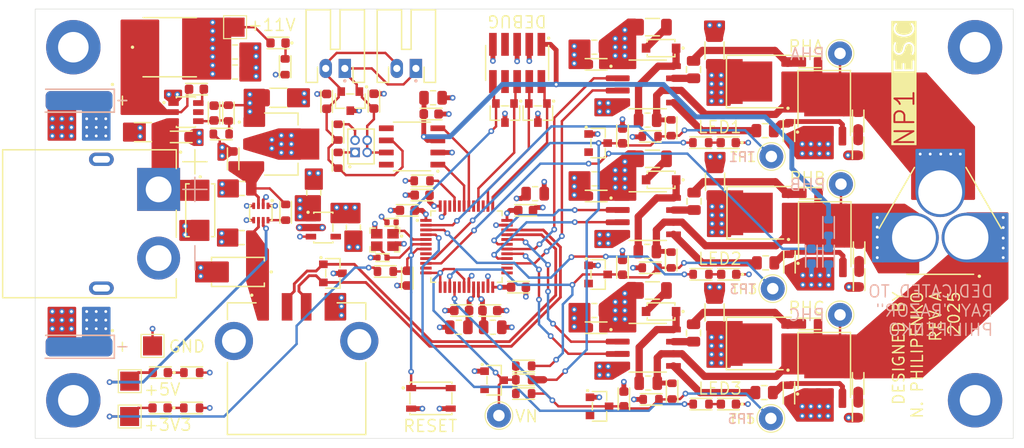
<source format=kicad_pcb>
(kicad_pcb (version 20240108) (generator "pcbnew") (generator_version "8.0")
  (title_block (title "NP1 ELECTRONIC SPEED CONTROLLER") (date "2025-12-20") (rev "A") (comment 1 "REVIEWED BY:") (comment 3 "GITHUB: /nikphillydev") (comment 4 "DRAWN BY: N.PHILIPENKO") (comment 5 "SIGNED:"))
  (layers (0 "F.Cu" signal "TOP") (1 "In1.Cu" power "GND") (2 "In2.Cu" power "PWR") (31 "B.Cu" signal "BOTTOM") (34 "B.Paste" user) (35 "F.Paste" user) (36 "B.SilkS" user "B.Silkscreen") (37 "F.SilkS" user "F.Silkscreen") (38 "B.Mask" user) (39 "F.Mask" user) (44 "Edge.Cuts" user))
  (net 0 "")
  (net 1 "GND")
  (net 2 "+5V")
  (net 3 "+3V3")
  (net 4 "+VBATT")
  (net 5 "PHB_MOTOR")
  (net 6 "Net-(D1-K)")
  (net 7 "PHB_FILT")
  (net 8 "PH_V_N")
  (net 9 "PHA_MOTOR")
  (net 10 "PHC_MOTOR")
  (net 11 "PHC_FILT")
  (net 12 "PHA_FILT")
  (net 13 "/MCU/NRST")
  (net 14 "Net-(D1-A)")
  (net 15 "USB_D-")
  (net 16 "USB_D+")
  (net 17 "/MCU/SWCLK")
  (net 18 "/MCU/SWDIO")
  (net 19 "/MCU/SWO")
  (net 20 "PHB_H")
  (net 21 "PHB_L")
  (net 22 "PHA_L")
  (net 23 "PHA_H")
  (net 24 "PHC_H")
  (net 25 "PHC_L")
  (net 26 "CAN_TX")
  (net 27 "CAN_RX")
  (net 28 "+11V")
  (net 29 "/PHASE_A/CANL")
  (net 30 "Net-(D11-G)")
  (net 31 "Net-(D23-A)")
  (net 32 "Net-(D24-A)")
  (net 35 "/PHASE_A/CANH")
  (net 36 "Net-(C10-Pad2)")
  (net 37 "Net-(D6-K)")
  (net 38 "Net-(C16-Pad2)")
  (net 39 "Net-(D10-K)")
  (net 40 "LED1")
  (net 41 "LED2")
  (net 42 "LED3")
  (net 43 "TEMP")
  (net 44 "Net-(C22-Pad2)")
  (net 45 "/POWER_USB/+5VDCDC")
  (net 46 "/POWER_USB/+5VBUS")
  (net 47 "Net-(U6-BOOT)")
  (net 48 "Net-(U6-SW)")
  (net 49 "Net-(U6-FB)")
  (net 50 "Net-(U9-PF0_OSC_IN)")
  (net 51 "Net-(U9-PF1_OSC_OUT)")
  (net 52 "Net-(D3-G)")
  (net 53 "Net-(D4-G)")
  (net 54 "Net-(D6-A)")
  (net 55 "Net-(D7-G)")
  (net 56 "Net-(D8-G)")
  (net 57 "Net-(D10-A)")
  (net 58 "Net-(D12-G)")
  (net 59 "Net-(D25-A)")
  (net 60 "Net-(J3-Pin_1)")
  (net 63 "Net-(U1-HO)")
  (net 64 "Net-(U1-LO)")
  (net 65 "Net-(U3-HO)")
  (net 66 "Net-(U3-LO)")
  (net 67 "Net-(U4-HO)")
  (net 68 "Net-(U4-LO)")
  (net 69 "Net-(U7-ST)")
  (net 70 "Net-(U9-PB8_BOOT0)")
  (net 86 "Net-(D17-K)")
  (net 87 "Net-(D18-K)")
  (net 88 "Net-(D19-K)")
  (net 89 "Net-(J3-Pin_2)")
  (footprint "Resistors:RES_0805_2012Metric" (layer "F.Cu") (at 189.65 87.55 90)
    (property "Reference" "R12" (hide yes))
    (property "Value" "10R" (hide yes))
  )
  (footprint "MountingHole:MountingHole_3.2mm_M3_ISO7380_Pad" (layer "F.Cu") (at 124.6 71.4)
    (property "Reference" "H3" (hide yes))
    (property "Value" "MountingHole")
  )
  (footprint "Diodes:DiodesINC_SOT23-3" (layer "F.Cu") (at 173.2844 78.3 -90)
    (property "Reference" "D20" (hide yes))
    (property "Value" "D1213A-02SOL-7" (hide yes))
  )
  (footprint "Resistors:RES_0603_1608Metric" (layer "F.Cu") (at 140.1 80.5 180)
    (property "Reference" "R29" (hide yes))
    (property "Value" "5.76k" (hide yes))
  )
  (footprint "TestPoint:TestPoint_THTPad_D2.5mm_Drill1.2mm" (layer "F.Cu") (at 204.95 99.45)
    (property "Reference" "TP6" (hide yes))
    (property "Value" "TestPoint")
  )
  (footprint "Capacitors:CAP_1206_3216Metric" (layer "F.Cu") (at 191.85 85.5 90)
    (property "Reference" "C14" (hide yes))
    (property "Value" "10uF" (hide yes))
  )
  (footprint "Diodes:LED_0603_1608Metric" (layer "F.Cu") (at 193.28095 95.2 180)
    (property "Reference" "D24" (hide yes))
    (property "Value" "LED" (hide yes))
  )
  (footprint "Resistors:RES_0603_1608Metric" (layer "F.Cu") (at 187.255 93.7 90)
    (property "Reference" "R16" (hide yes))
    (property "Value" "68k" (hide yes))
  )
  (footprint "Capacitors:CAP_ALUM_HORIZONTAL" (layer "F.Cu") (at 125.2 77)
    (property "Reference" "C24" (hide yes))
    (property "Value" "330uF" (hide yes))
  )
  (footprint "Capacitors:CAP_0603_1608Metric" (layer "F.Cu") (at 179.395 73.195)
    (property "Reference" "C2" (hide yes))
    (property "Value" "100nF" (hide yes))
  )
  (footprint "Capacitors:CAP_0603_1608Metric" (layer "F.Cu") (at 182.15 80.695 -90)
    (property "Reference" "C7" (hide yes))
    (property "Value" "1nF" (hide yes))
  )
  (footprint "Diodes:DiodesINC_SOT23-3" (layer "F.Cu") (at 151.8 95.1)
    (property "Reference" "D16" (hide yes))
    (property "Value" "D1213A-02SOL-7" (hide yes))
  )
  (footprint "Capacitors:CAP_0805_2012Metric" (layer "F.Cu") (at 179.2 85.195)
    (property "Reference" "C11" (hide yes))
    (property "Value" "4.7uF" (hide yes))
  )
  (footprint "Resistors:RES_0603_1608Metric" (layer "F.Cu") (at 137.0125 105.5)
    (property "Reference" "R32" (hide yes))
    (property "Value" "3k" (hide yes))
  )
  (footprint "Connectors:CONN_MALE_TH_1.27MM_2x2" (layer "F.Cu") (at 154.125 82.4244 90)
    (property "Reference" "J3" (hide yes))
    (property "Value" "2x2-1.27MM" (hide yes))
  )
  (footprint "Diodes:LED_0603_1608Metric" (layer "F.Cu") (at 193.23155 81.4 180)
    (property "Reference" "D23" (hide yes))
    (property "Value" "LED" (hide yes))
  )
  (footprint "Resistors:RES_0603_1608Metric" (layer "F.Cu") (at 185.05 80.745 180)
    (property "Reference" "R9" (hide yes))
    (property "Value" "10k" (hide yes))
  )
  (footprint "Resistors:RES_1206_3216Metric" (layer "F.Cu") (at 185.295 96.895)
    (property "Reference" "R19" (hide yes))
    (property "Value" "2.2R" (hide yes))
  )
  (footprint "Capacitors:CAP_0805_2012Metric" (layer "F.Cu") (at 142.3 86.2)
    (property "Reference" "C29" (hide yes))
    (property "Value" "1uF" (hide yes))
  )
  (footprint "Diodes:DiodesINC_SOT23-3" (layer "F.Cu") (at 153.6244 77.05 -90)
    (property "Reference" "D2" (hide yes))
    (property "Value" "D1213A-02SOL-7" (hide yes))
  )
  (footprint "Diodes:DiodesINC_SOT23-3" (layer "F.Cu") (at 179.6 95.215)
    (property "Reference" "D9" (hide yes))
    (property "Value" "BZX84C3V3-7-F" (hide yes))
  )
  (footprint "Diodes:PQFN-8-EP_6x5mm_P1.27mm_Generic" (layer "F.Cu") (at 203.3 104.995 90)
    (property "Reference" "D12" (hide yes))
    (property "Value" "TPH1R306P1,L1Q" (hide yes))
  )
  (footprint "Diodes:PQFN-8-EP_6x5mm_P1.27mm_Generic" (layer "F.Cu") (at 196.8 88.75 180)
    (property "Reference" "D7" (hide yes))
    (property "Value" "TPH1R306P1,L1Q" (hide yes))
  )
  (footprint "Resistors:RES_0603_1608Metric" (layer "F.Cu") (at 161.15 85.399999 180)
    (property "Reference" "R35" (hide yes))
    (property "Value" "10k" (hide yes))
  )
  (footprint "Resistors:RES_0603_1608Metric" (layer "F.Cu") (at 201.795 100.395)
    (property "Reference" "R22" (hide yes))
    (property "Value" "10k" (hide yes))
  )
  (footprint "ICs:STM_LQFP48" (layer "F.Cu") (at 165.8 92.299999)
    (property "Reference" "U9" (hide yes))
    (property "Value" "STM32G474CET6" (hide yes))
  )
  (footprint "Capacitors:CAP_0805_2012Metric" (layer "F.Cu") (at 184.85 106.595 180)
    (property "Reference" "C19" (hide yes))
    (property "Value" "1uF" (hide yes))
  )
  (footprint "Resistors:RES_0805_2012Metric" (layer "F.Cu") (at 189.595 73.745 90)
    (property "Reference" "R2" (hide yes))
    (property "Value" "10R" (hide yes))
  )
  (footprint "Capacitors:CAP_1206_3216Metric" (layer "F.Cu") (at 146.1 76.7)
    (property "Reference" "C23" (hide yes))
    (property "Value" "10uF" (hide yes))
  )
  (footprint "Capacitors:CAP_0603_1608Metric" (layer "F.Cu") (at 171.25 96.549999 180)
    (property "Reference" "C49" (hide yes))
    (property "Value" "100nF" (hide yes))
  )
  (footprint "Capacitors:CAP_0603_1608Metric" (layer "F.Cu") (at 159.6 88.499999)
    (property "Reference" "C42" (hide yes))
    (property "Value" "100nF" (hide yes))
  )
  (footprint "MountingHole:MountingHole_3.2mm_M3_ISO7380_Pad" (layer "F.Cu") (at 219.1 71.4)
    (property "Reference" "H1" (hide yes))
    (property "Value" "MountingHole")
  )
  (footprint "Resistors:RES_0603_1608Metric" (layer "F.Cu") (at 206.95 92.95 -90)
    (property "Reference" "R18" (hide yes))
    (property "Value" "10R" (hide yes))
  )
  (footprint "Resistors:RES_0603_1608Metric" (layer "F.Cu") (at 146.8 73.45 -90)
    (property "Reference" "R31" (hide yes))
    (property "Value" "5.76k" (hide yes))
  )
  (footprint "ICs:TI_SOT-5X3" (layer "F.Cu") (at 144.25 88.7756 -90)
    (property "Reference" "U7" (hide yes))
    (property "Value" "LM66200DRLR" (hide yes))
  )
  (footprint "Resistors:RES_0603_1608Metric" (layer "F.Cu") (at 187.25 79.84 90)
    (property "Reference" "R8" (hide yes))
    (property "Value" "68k" (hide yes))
  )
  (footprint "Capacitors:CAP_0603_1608Metric" (layer "F.Cu") (at 182.295 108.26 -90)
    (property "Reference" "C21" (hide yes))
    (property "Value" "1nF" (hide yes))
  )
  (footprint "Resistors:RES_0603_1608Metric" (layer "F.Cu") (at 201.795 72.945)
    (property "Reference" "R4" (hide yes))
    (property "Value" "10k" (hide yes))
  )
  (footprint "Resistors:RES_0603_1608Metric" (layer "F.Cu") (at 206.85 79.14 -90)
    (property "Reference" "R10" (hide yes))
    (property "Value" "10R" (hide yes))
  )
  (footprint "Resistors:RES_0603_1608Metric" (layer "F.Cu") (at 171.8 107.7)
    (property "Reference" "R39" (hide yes))
    (property "Value" "68k" (hide yes))
  )
  (footprint "Resistors:RES_0603_1608Metric" (layer "F.Cu") (at 140.85 78.3 -90)
    (property "Reference" "R28" (hide yes))
    (property "Value" "100k" (hide yes))
  )
  (footprint "Resistors:RES_0603_1608Metric" (layer "F.Cu") (at 199.65 93.925 -90)
    (property "Reference" "R15" (hide yes))
    (property "Value" "10k" (hide yes))
  )
  (footprint "Capacitors:CAP_1206_3216Metric" (layer "F.Cu") (at 191.8 99.195 90)
    (property "Reference" "C20" (hide yes))
    (property "Value" "10uF" (hide yes))
  )
  (footprint "Diodes:DiodesINC_SOT23-3" (layer "F.Cu") (at 169.8344 78.3 -90)
    (property "Reference" "D21" (hide yes))
    (property "Value" "D1213A-02SOL-7" (hide yes))
  )
  (footprint "Resistors:RES_0603_1608Metric" (layer "F.Cu") (at 199.595 107.645 -90)
    (property "Reference" "R23" (hide yes))
    (property "Value" "10k" (hide yes))
  )
  (footprint "Capacitors:CAP_0805_2012Metric" (layer "F.Cu") (at 142.25 91.35)
    (property "Reference" "C30" (hide yes))
    (property "Value" "1uF" (hide yes))
  )
  (footprint "Capacitors:CAP_1206_3216Metric" (layer "F.Cu") (at 191.795 71.745 90)
    (property "Reference" "C6" (hide yes))
    (property "Value" "10uF" (hide yes))
  )
  (footprint "Capacitors:CAP_0603_1608Metric" (layer "F.Cu") (at 162.1 78.4)
    (property "Reference" "C9" (hide yes))
    (property "Value" "100nF" (hide yes))
  )
  (footprint "Resistors:RES_0805_2012Metric" (layer "F.Cu") (at 197.15 94)
    (property "Reference" "R13" (hide yes))
    (property "Value" "10R" (hide yes))
  )
  (footprint "Capacitors:CAP_0603_1608Metric" (layer "F.Cu") (at 179.4 86.995)
    (property "Reference" "C12" (hide yes))
    (property "Value" "100nF" (hide yes))
  )
  (footprint "Diodes:LED_0603_1608Metric" (layer "F.Cu") (at 133.6875 109.2 180)
    (property "Reference" "D19" (hide yes))
    (property "Value" "LED" (hide yes))
  )
  (footprint "Capacitors:CAP_0402_1005Metric" (layer "F.Cu") (at 157.000001 93.449999 180)
    (property "Reference" "C48" (hide yes))
    (property "Value" "11pF" (hide yes))
  )
  (footprint "Capacitors:CAP_0603_1608Metric" (layer "F.Cu") (at 137.5 75.8 180)
    (property "Reference" "C31" (hide yes))
    (property "Value" "100nF" (hide yes))
  )
  (footprint "Diodes:PQFN-8-EP_6x5mm_P1.27mm_Generic" (layer "F.Cu") (at 203.295 77.545 90)
    (property "Reference" "D4" (hide yes))
    (property "Value" "TPH1R306P1,L1Q" (hide yes))
  )
  (footprint "Resistors:RES_0805_2012Metric" (layer "F.Cu") (at 197.095 80.145)
    (property "Reference" "R3" (hide yes))
    (property "Value" "10R" (hide yes))
  )
  (footprint "Resistors:RES_1206_3216Metric" (layer "F.Cu") (at 185.3 83.095)
    (property "Reference" "R11" (hide yes))
    (property "Value" "2.2R" (hide yes))
  )
  (footprint "ICs:SOIC-8" (layer "F.Cu") (at 160.1 81.8 180)
    (property "Reference" "U2" (hide yes))
    (property "Value" "SN65HVD232DR" (hide yes))
  )
  (footprint "Resistors:RES_0603_1608Metric" (layer "F.Cu") (at 206.85 106.65 -90)
    (property "Reference" "R26" (hide yes))
    (property "Value" "10R" (hide yes))
  )
  (footprint "Capacitors:CAP_0603_1608Metric" (layer "F.Cu") (at 139.35 78.3 -90)
    (property "Reference" "C32" (hide yes))
    (property "Value" "100pF" (hide yes))
  )
  (footprint "Resistors:RES_0603_1608Metric" (layer "F.Cu") (at 190.38155 95.2)
    (property "Reference" "R40" (hide yes))
    (property "Value" "1k" (hide yes))
  )
  (footprint "Capacitors:CAP_0805_2012Metric" (layer "F.Cu") (at 141.55 71.9)
    (property "Reference" "C34" (hide yes))
    (property "Value" "22uF" (hide yes))
  )
  (footprint "Capacitors:CAP_0603_1608Metric" (layer "F.Cu") (at 161.15 86.899999)
    (property "Reference" "C45" (hide yes))
    (property "Value" "100nF" (hide yes))
  )
  (footprint "TestPoint:TestPoint_THTPad_D2.5mm_Drill1.2mm" (layer "F.Cu") (at 197.9 96.7)
    (property "Reference" "TP3" (hide yes))
    (property "Value" "TestPoint")
  )
  (footprint "Resistors:RES_0603_1608Metric" (layer "F.Cu") (at 201.85 86.7)
    (property "Reference" "R14" (hide yes))
    (property "Value" "10k" (hide yes))
  )
  (footprint "Capacitors:CAP_1206_3216Metric" (layer "F.Cu") (at 131.9 80.3 180)
    (property "Reference" "C26" (hide yes))
    (property "Value" "10uF" (hide yes))
  )
  (footprint "Diodes:Littelfuse_SMA" (layer "F.Cu") (at 137.9 88.4881 -90)
    (property "Reference" "D14" (hide yes))
    (property "Value" "SMAJ28CA" (hide yes))
  )
  (footprint "Capacitors:CAP_ALUM_HORIZONTAL" (layer "F.Cu") (at 125.2 102.8)
    (property "Reference" "C25" (hide yes))
    (property "Value" "330uF" (hide yes))
  )
  (footprint "Capacitors:CAP_0603_1608Metric" (layer "F.Cu") (at 135.9 80.8 180)
    (property "Reference" "C28" (hide yes))
    (property "Value" "100nF" (hide yes))
  )
  (footprint "Resistors:RES_0603_1608Metric" (layer "F.Cu") (at 190.35655 81.4)
    (property "Reference" "R36" (hide yes))
    (property "Value" "1k" (hide yes))
  )
  (footprint "TestPoint:TestPoint_THTPad_D2.5mm_Drill1.2mm" (layer "F.Cu") (at 169.2 110)
    (property "Reference" "TP11" (hide yes))
    (property "Value" "TestPoint")
  )
  (footprint "Capacitors:CAP_0603_1608Metric" (layer "F.Cu") (at 156.1 77.05 90)
    (property "Reference" "C5" (hide yes))
    (property "Value" "47pF" (hide yes))
  )
  (footprint "ICs:SOIC-8" (layer "F.Cu") (at 184.795 102.895)
    (property "Reference" "U4" (hide yes))
    (property "Value" "IRS21867STRPBF" (hide yes))
  )
  (footprint "Resistors:RES_0603_1608Metric" (layer "F.Cu") (at 152.345 80.3 -90)
    (property "Reference" "R6" (hide yes))
    (property "Value" "120R" (hide yes))
  )
  (footprint "Resistors:RES_0603_1608Metric" (layer "F.Cu") (at 137 109.2)
    (property "Reference" "R33" (hide yes))
    (property "Value" "1k" (hide yes))
  )
  (footprint "Capacitors:CAP_0603_1608Metric" (layer "F.Cu") (at 206.85 109.45 90)
    (property "Reference" "C22" (hide yes))
    (property "Value" "10nF" (hide yes))
  )
  (footprint "Inductors:L_6045S" (layer "F.Cu") (at 134.7 71.4)
    (property "Reference" "L1" (hide yes))
    (property "Value" "15uH" (hide yes))
  )
  (footprint "Resistors:RES_0805_2012Metric" (layer "F.Cu") (at 189.595 101.345 90)
    (property "Reference" "R20" (hide yes))
    (property "Value" "10R" (hide yes))
  )
  (footprint "Capacitors:CAP_0603_1608Metric" (layer "F.Cu") (at 172 88.499999 180)
    (property "Reference" "C47" (hide yes))
    (property "Value" "100nF" (hide yes))
  )
  (footprint "Connectors:USB2.0_4P_AMPHENOL_87583-2010BLF" (layer "F.Cu") (at 148 102.1881)
    (property "Reference" "J5" (hide yes))
    (property "Value" "USB TYPE-A" (hide yes))
  )
  (footprint "Capacitors:CAP_0805_2012Metric" (layer "F.Cu") (at 184.755 92.8 180)
    (property "Reference" "C13" (hide yes))
    (property "Value" "1uF" (hide yes))
  )
  (footprint "Connectors:CONN_JST_S2B-PH-K-S" (layer "F.Cu") (at 160.5 73.625 180)
    (property "Reference" "J1" (hide yes))
    (property "Value" "S2B-PH-K-S" (hide yes))
  )
  (footprint "Resistors:RES_0603_1608Metric" (layer "F.Cu") (at 171.8 104.8)
    (property "Reference" "R38" (hide yes))
    (property "Value" "68k" (hide yes))
  )
  (footprint "MountingHole:MountingHole_3.2mm_M3_ISO7380_Pad" (layer "F.Cu") (at 124.6 108.4)
    (property "Reference" "H4" (hide yes))
    (property "Value" "MountingHole")
  )
  (footprint "Resistors:RES_0603_1608Metric" (layer "F.Cu") (at 146.85 88.7 -90)
    (property "Reference" "R27" (hide yes))
    (property "Value" "10k" (hide yes))
  )
  (footprint "TestPoint:TestPoint_THTPad_D2.5mm_Drill1.2mm" (layer "F.Cu") (at 197.7 110.3)
    (property "Reference" "TP5" (hide yes))
    (property "Value" "TestPoint")
  )
  (footprint "TestPoint:TestPoint_Pad_2.0x2.0mm" (layer "F.Cu") (at 130.5125 106.4)
    (property "Reference" "TP7" (hide yes))
    (property "Value" "TestPoint")
  )
  (footprint "Connectors:CONN_MALE_TH_MT60" (layer "F.Cu") (at 215.45 89.9 90)
    (property "Reference" "J7" (hide yes))
    (property "Value" "MT60" (hide yes))
  )
  (footprint "Capacitors:CAP_0603_1608Metric" (layer "F.Cu") (at 206.95 95.75 90)
    (property "Reference" "C16" (hide yes))
    (property "Value" "10nF" (hide yes))
  )
  (footprint "Resistors:RES_0603_1608Metric" (layer "F.Cu") (at 190.3875 108.8)
    (property "Reference" "R41" (hide yes))
    (property "Value" "1k" (hide yes))
  )
  (footprint "TestPoint:TestPoint_Pad_2.0x2.0mm" (layer "F.Cu") (at 141.55 69.3)
    (property "Reference" "TP8" (hide yes))
    (property "Value" "TestPoint")
  )
  (footprint "Capacitors:CAP_0603_1608Metric" (layer "F.Cu") (at 151.15 77.075 90)
    (property "Reference" "C4" (hide yes))
    (property "Value" "47pF" (hide yes))
  )
  (footprint "Capacitors:CAP_0805_2012Metric" (layer "F.Cu") (at 184.7825 79.04 180)
    (property "Reference" "C3" (hide yes))
    (property "Value" "1uF" (hide yes))
  )
  (footprint "Resistors:RES_0603_1608Metric" (layer "F.Cu") (at 185.05 94.515 180)
    (property "Reference" "R17" (hide yes))
    (property "Value" "10k" (hide yes))
  )
  (footprint "Resistors:RES_0603_1608Metric" (layer "F.Cu") (at 187.35 107.445 90)
    (property "Reference" "R24" (hide yes))
    (property "Value" "68k" (hide yes))
  )
  (footprint "ICs:TI_SOT23-5" (layer "F.Cu") (at 150.8 90.3)
    (property "Reference" "U8" (hide yes))
    (property "Value" "TLV75533PDBVR" (hide yes))
  )
  (footprint "Switches:TACT_SKRP" (layer "F.Cu") (at 162.0756 108.2)
    (property "Reference" "S1" (hide yes))
    (property "Value" "SKRPARE010" (hide yes))
  )
  (footprint "Resistors:RES_0603_1608Metric" (layer "F.Cu") (at 157.300001 94.899999)
    (property "Reference" "R34" (hide yes))
    (property "Value" "10k" (hide yes))
  )
  (footprint "Capacitors:CAP_0805_2012Metric" (layer "F.Cu") (at 141.55 74)
    (property "Reference" "C35" (hide yes))
    (property "Value" "22uF" (hide yes))
  )
  (footprint "Connectors:CONN_MALE_TH_XT60PW" (layer "F.Cu") (at 127.5394 89.9 90)
    (property "Reference" "J4" (hide yes))
    (property "Value" "XT60PW-M" (hide yes))
  )
  (footprint "Resistors:RES_0805_2012Metric" (layer "F.Cu") (at 196.995 107.595)
    (property "Reference" "R21" (hide yes))
    (property "Value" "10R" (hide yes))
  )
  (footprint "ICs:SOIC-8" (layer "F.Cu") (at 184.795 75.295)
    (property "Reference" "U1" (hide yes))
    (property "Value" "IRS21867STRPBF" (hide yes))
  )
  (footprint "Diodes:DiodesINC_SOT23-3" (layer "F.Cu") (at 179.6 81.445)
    (property "Reference" "D5" (hide yes))
    (property "Value" "BZX84C3V3-7-F" (hide yes))
  )
  (footprint "TestPoint:TestPoint_THTPad_D2.5mm_Drill1.2mm" (layer "F.Cu") (at 204.95 72.05)
    (property "Reference" "TP2" (hide yes))
    (property "Value" "TestPoint")
  )
  (footprint "Capacitors:CAP_0805_2012Metric" (layer "F.Cu") (at 149.8 86.65 -90)
    (property "Reference" "C33" (hide yes))
    (property "Value" "1uF" (hide yes))
  )
  (footprint "Capacitors:CAP_0805_2012Metric" (layer "F.Cu") (at 153.95 90.3 90)
    (property "Reference" "C36" (hide yes))
    (property "Value" "1uF" (hide yes))
  )
  (footprint "Capacitors:CAP_0603_1608Metric" (layer "F.Cu") (at 168.25 98.999999 180)
    (property "Reference" "C41" (hide yes))
    (property "Value" "10nF" (hide yes))
  )
  (footprint "Resistors:RES_1206_3216Metric" (layer "F.Cu") (at 185.295 69.295)
    (property "Reference" "R1" (hide yes))
    (property "Value" "2.2R" (hide yes))
  )
  (footprint "Capacitors:CAP_0805_2012Metric" (layer "F.Cu") (at 168.55 100.749999 180)
    (property "Reference" "C40" (hide yes))
    (property "Value" "1uF" (hide yes))
  )
  (footprint "Diodes:LED_0603_1608Metric" (layer "F.Cu") (at 133.7125 105.5 180)
    (property "Reference" "D18" (hide yes))
    (property "Value" "LED" (hide yes))
  )
  (footprint "ICs:TI_SOT23-6" (layer "F.Cu") (at 136.4 78.2)
    (property "Reference" "U6" (hide yes))
    (property "Value" "TPS54302DDCR" (hide yes))
  )
  (footprint "Resistors:RES_0603_1608Metric" (layer "F.Cu") (at 185.145 108.31 180)
    (property "Reference" "R25" (hide yes))
    (property "Value" "10k" (hide yes))
  )
  (footprint "Diodes:PQFN-8-EP_6x5mm_P1.27mm_Generic" (layer "F.Cu") (at 203.35 91.3 90)
    (property "Reference" "D8" (hide yes))
    (property "Value" "TPH1R306P1,L1Q" (hide yes))
  )
  (footprint "Capacitors:CAP_0603_1608Metric" (layer "F.Cu") (at 182.15 94.465 -90)
    (property "Reference" "C15" (hide yes))
    (property "Value" "1nF" (hide yes))
  )
  (footprint "Capacitors:CAP_0805_2012Metric" (layer "F.Cu") (at 165 100.749999)
    (property "Reference" "C38" (hide yes))
    (property "Value" "1uF" (hide yes))
  )
  (footprint "Capacitors:CAP_0805_2012Metric" (layer "F.Cu") (at 173 86.75)
    (property "Reference" "C43" (hide yes))
    (property "Value" "4.7uF" (hide yes))
  )
  (footprint "Diodes:LED_0603_1608Metric" (layer "F.Cu") (at 146.05 70.95 180)
    (property "Reference" "D17" (hide yes))
    (property "Value" "LED" (hide yes))
  )
  (footprint "Diodes:DiodesINC_SOD123" (layer "F.Cu") (at 186.195 99.095 180)
    (property "Reference" "D10" (hide yes))
    (property "Value" "MBR0580S1-7" (hide yes))
  )
  (footprint "Connectors:CONN_JST_S2B-PH-K-S" (layer "F.Cu") (at 153.05 73.625 180)
    (property "Reference" "J2" (hide yes))
    (property "Value" "S2B-PH-K-S" (hide yes))
  )
  (footprint "TestPoint:TestPoint_THTPad_D2.5mm_Drill1.2mm" (layer "F.Cu") (at 205.05 85.75)
    (property "Reference" "TP4" (hide yes))
    (property "Value" "TestPoint")
  )
  (footprint "Diodes:DiodesINC_SOD123" (layer "F.Cu") (at 186.195 71.495 180)
    (property "Reference" "D1" (hide yes))
    (property "Value" "MBR0580S1-7" (hide yes))
  )
  (footprint "Connectors:CONN_MALE_SMT_1.27MM_2x5" (layer "F.Cu") (at 171.11 73.049999 180)
    (property "Reference" "J6" (hide yes))
    (property "Value" "2x5-1.27MM" (hide yes))
  )
  (footprint "Capacitors:CAP_0603_1608Metric" (layer "F.Cu") (at 159.600001 95.599999 90)
    (property "Reference" "C44" (hide yes))
    (property "Value" "100nF" (hide yes))
  )
  (footprint "Diodes:LED_0603_1608Metric" (layer "F.Cu") (at 193.25 108.8 180)
    (property "Reference" "D25" (hide yes))
    (property "Value" "LED" (hide yes))
  )
  (footprint "Diodes:PQFN-8-EP_6x5mm_P1.27mm_Generic" (layer "F.Cu") (at 196.745 74.995 180)
    (property "Reference" "D3" (hide yes))
    (property "Value" "TPH1R306P1,L1Q" (hide yes))
  )
  (footprint "Capacitors:CAP_0402_1005Metric" (layer "F.Cu") (at 157.950001 89.749999 180)
    (property "Reference" "C46" (hide yes))
    (property "Value" "11pF" (hide yes))
  )
  (footprint "Capacitors:CAP_0603_1608Metric" (layer "F.Cu") (at 141.35 83.1 -90)
    (property "Reference" "C27" (hide yes))
    (property "Value" "100nF" (hide yes))
  )
  (footprint "Diodes:DiodesINC_SOT23-3" (layer "F.Cu") (at 168.7 106.3)
    (property "Reference" "D22" (hide yes))
    (property "Value" "BZX84C3V3-7-F" (hide yes))
  )
  (footprint "Capacitors:CAP_0805_2012Metric" (layer "F.Cu") (at 179.195 98.995)
    (property "Reference" "C17" (hide yes))
    (property "Value" "4.7uF" (hide yes))
  )
  (footprint "Resistors:RES_0603_1608Metric" (layer "F.Cu") (at 199.595 80.145 -90)
    (property "Reference" "R5" (hide yes))
    (property "Value" "10k" (hide yes))
  )
  (footprint "Capacitors:CAP_0603_1608Metric" (layer "F.Cu") (at 179.395 100.795)
    (property "Reference" "C18" (hide yes))
    (property "Value" "100nF" (hide yes))
  )
  (footprint "Resistors:RES_0603_1608Metric" (layer "F.Cu") (at 152.345 83.25 -90)
    (property "Reference" "R7" (hide yes))
    (property "Value" "120R" (hide yes))
  )
  (footprint "TestPoint:TestPoint_Pad_2.0x2.0mm" (layer "F.Cu") (at 130.5 110.1)
    (property "Reference" "TP9" (hide yes))
    (property "Value" "TestPoint")
  )
  (footprint "Diodes:DiodesINC_SOD123" (layer "F.Cu") (at 186.2 85.295 180)
    (property "Reference" "D6" (hide yes))
    (property "Value" "MBR0580S1-7" (hide yes))
  )
  (footprint "Capacitors:CAP_0603_1608Metric" (layer "F.Cu") (at 165.3 98.999999)
    (property "Reference" "C39" (hide yes))
    (property "Value" "100nF" (hide yes))
  )
  (footprint "ICs:SOIC-8" (layer "F.Cu") (at 184.8 89.1)
    (property "Reference" "U3" (hide yes))
    (property "Value" "IRS21867STRPBF" (hide yes))
  )
  (footprint "CrystalsAndOscillators:NDK_NX2520SA" (layer "F.Cu") (at 157.250001 91.599999 180)
    (property "Reference" "X1" (hide yes))
    (property "Value" "NX2520SA-16MHz" (hide yes))
  )
  (footprint "Diodes:Littelfuse_SMA" (layer "F.Cu") (at 141.85 94.95 180)
    (property "Reference" "D15" (hide yes))
    (property "Value" "SMAJ28CA" (hide yes))
  )
  (footprint "Capacitors:CAP_0805_2012Metric" (layer "F.Cu") (at 179.195 71.395)
    (property "Reference" "C1" (hide yes))
    (property "Value" "4.7uF" (hide yes))
  )
  (footprint "Capacitors:CAP_0603_1608Metric" (layer "F.Cu") (at 206.85 81.95 90)
    (property "Reference" "C10" (hide yes))
    (property "Value" "10nF" (hide yes))
  )
  (footprint "Diodes:PQFN-8-EP_6x5mm_P1.27mm_Generic" (layer "F.Cu") (at 196.745 102.445 180)
    (property "Reference" "D11" (hide yes))
    (property "Value" "TPH1R306P1,L1Q" (hide yes))
  )
  (footprint "Resistors:RES_0603_1608Metric" (layer "F.Cu") (at 171.8 106.25)
    (property "Reference" "R37" (hide yes))
    (property "Value" "68k" (hide yes))
  )
  (footprint "MountingHole:MountingHole_3.2mm_M3_ISO7380_Pad" (layer "F.Cu") (at 219.1 108.4)
    (property "Reference" "H2" (hide yes))
    (property "Value" "MountingHole")
  )
  (footprint "Diodes:DiodesINC_SOT23-3" (layer "F.Cu") (at 179.745 109.0356)
    (property "Reference" "D13" (hide yes))
    (property "Value" "BZX84C3V3-7-F" (hide yes))
  )
  (footprint "Capacitors:CAP_0805_2012Metric" (layer "F.Cu") (at 162.3 76.7)
    (property "Reference" "C8" (hide yes))
    (property "Value" "4.7uF" (hide yes))
  )
  (footprint "TestPoint:TestPoint_THTPad_D2.5mm_Drill1.2mm" (layer "F.Cu") (at 197.75 82.85)
    (property "Reference" "TP1" (hide yes))
    (property "Value" "TestPoint")
  )
  (footprint "ICs:TI_SOT223-4" (layer "F.Cu") (at 146.4 81.55)
    (property "Reference" "U5" (hide yes))
    (property "Value" "LM7805MPX/NOPB")
  )
  (footprint "TestPoint:TestPoint_Pad_2.0x2.0mm" (layer "F.Cu") (at 132.9 102.7)
    (property "Reference" "TP10" (hide yes))
    (property "Value" "TestPoint")
  )
  (footprint "Resistors:RES_0603_1608Metric" (layer "B.Cu") (at 203.75 93.3 -90)
    (property "Reference" "R30" (hide yes))
    (property "Value" "4.7k" (hide yes))
  )
  (footprint "Resistors:RES_0603_1608Metric" (layer "B.Cu") (at 203.75 90.3 -90)
    (property "Reference" "TH1" (hide yes))
    (property "Value" "NTC 10k" (hide yes))
  )
  (footprint "Capacitors:CAP_0603_1608Metric" (layer "B.Cu") (at 201.95 93.3 90)
    (property "Reference" "C37" (hide yes))
    (property "Value" "10nF" (hide yes))
  )
  (gr_rect (start 120.6 67.4) (end 223.1 112.4) (stroke (width 0.05)) (fill none) (layer "Edge.Cuts"))
  (gr_text "TP3" (at 196.2 97.35 0) (layer "B.SilkS") (effects (font (size 1 1) (thickness 0.1524)) (justify left bottom mirror)))
  (gr_text "PHC" (at 203.45 100.2 0) (layer "B.SilkS") (effects (font (size 1.25 1.25) (thickness 0.1524)) (justify left bottom mirror)))
  (gr_text "TP5" (at 196 110.95 0) (layer "B.SilkS") (effects (font (size 1 1) (thickness 0.1524)) (justify left bottom mirror)))
  (gr_text "DEDICATED TO\nRAY {dblquote}RAZOR{dblquote}\nPHILIPENKO" (at 221.1 101.75 0) (layer "B.SilkS") (effects (font (size 1.25 1.25) (thickness 0.1524)) (justify left bottom mirror)))
  (gr_text "PHA" (at 203.45 72.85 0) (layer "B.SilkS") (effects (font (size 1.25 1.25) (thickness 0.1524)) (justify left bottom mirror)))
  (gr_text "PHB" (at 203.55 86.55 0) (layer "B.SilkS") (effects (font (size 1.25 1.25) (thickness 0.1524)) (justify left bottom mirror)))
  (gr_text "TP1" (at 196.1 83.5 0) (layer "B.SilkS") (effects (font (size 1 1) (thickness 0.1524)) (justify left bottom mirror)))
  (gr_text "RESET" (at 159.0756 111.825 0) (layer "F.SilkS") (effects (font (size 1.25 1.25) (thickness 0.1524)) (justify left bottom)))
  (gr_text "+11V" (at 142.8 69.8 0) (layer "F.SilkS") (effects (font (size 1.25 1.25) (thickness 0.1524)) (justify left bottom)))
  (gr_text "TP3" (at 193.45 97.35 0) (layer "F.SilkS") (effects (font (size 1 1) (thickness 0.1524)) (justify left bottom)))
  (gr_text "TP5" (at 193.25 110.95 0) (layer "F.SilkS") (effects (font (size 1 1) (thickness 0.1524)) (justify left bottom)))
  (gr_text "LED3" (at 189.98095 107.9 0) (layer "F.SilkS") (effects (font (size 1.25 1.25) (thickness 0.1524)) (justify left bottom)))
  (gr_text "NP1 ESC" (at 212.9 75.2 90) (layer "F.SilkS" knockout) (effects (font (size 2 2) (thickness 0.2)) (justify bottom)))
  (gr_text "+5V" (at 131.9125 108 0) (layer "F.SilkS") (effects (font (size 1.25 1.25) (thickness 0.1524)) (justify left bottom)))
  (gr_text "VN" (at 170.8 110.8 0) (layer "F.SilkS") (effects (font (size 1.25 1.25) (thickness 0.1524)) (justify left bottom)))
  (gr_text "GND" (at 134.5 103.5 0) (layer "F.SilkS") (effects (font (size 1.25 1.25) (thickness 0.1524)) (justify left bottom)))
  (gr_text "+3V3" (at 131.9 111.7 0) (layer "F.SilkS") (effects (font (size 1.25 1.25) (thickness 0.1524)) (justify left bottom)))
  (gr_text "PHA" (at 199.45 72.05 0) (layer "F.SilkS") (effects (font (size 1.25 1.25) (thickness 0.1524)) (justify left bottom)))
  (gr_text "DESIGNED BY\nN. PHILIPENKO\nREV A\n2025" (at 217.6 96.9 90) (layer "F.SilkS") (effects (font (size 1.2 1.2) (thickness 0.1524)) (justify right bottom)))
  (gr_text "PHB" (at 199.55 85.85 0) (layer "F.SilkS") (effects (font (size 1.25 1.25) (thickness 0.1524)) (justify left bottom)))
  (gr_text "TP1" (at 193.35 83.5 0) (layer "F.SilkS") (effects (font (size 1 1) (thickness 0.1524)) (justify left bottom)))
  (gr_text "PHC" (at 199.45 99.45 0) (layer "F.SilkS") (effects (font (size 1.25 1.25) (thickness 0.1524)) (justify left bottom)))
  (gr_text "LED2" (at 189.975 94.3 0) (layer "F.SilkS") (effects (font (size 1.25 1.25) (thickness 0.1524)) (justify left bottom)))
  (gr_text "DEBUG" (at 174.3 67.95 180) (layer "F.SilkS") (effects (font (size 1.25 1.25) (thickness 0.1524)) (justify left bottom)))
  (gr_text "LED1" (at 189.95 80.5 0) (layer "F.SilkS") (effects (font (size 1.25 1.25) (thickness 0.1524)) (justify left bottom)))
  (segment (start 184.32 108.31) (end 183.345 108.31) (width 0.508) (layer "F.Cu") (net 1))
  (segment (start 179.7206 108.0856) (end 178.745 108.0856) (width 0.508) (layer "F.Cu") (net 1))
  (segment (start 169.5 100.749999) (end 170.55 100.749999) (width 0.508) (layer "F.Cu") (net 1))
  (segment (start 169.025 98.999999) (end 170 98.999999) (width 0.508) (layer "F.Cu") (net 1))
  (segment (start 151.85 95.1) (end 152.8 95.1) (width 0.508) (layer "F.Cu") (net 1))
  (segment (start 182.15 93.69) (end 182.15 92.715) (width 0.508) (layer "F.Cu") (net 1))
  (segment (start 184.225 94.515) (end 183.25 94.515) (width 0.508) (layer "F.Cu") (net 1))
  (segment (start 178.6 80.495) (end 179.55 80.495) (width 0.508) (layer "F.Cu") (net 1))
  (segment (start 164.285 82.435) (end 162.8 82.435) (width 0.508) (layer "F.Cu") (net 1))
  (segment (start 166.05 95.65) (end 166.35 95.35) (width 0.295) (layer "F.Cu") (net 1))
  (segment (start 163.549999 88.85) (end 163.549999 88.05) (width 0.295) (layer "F.Cu") (net 1))
  (segment (start 159.4 86.899999) (end 160.375 86.899999) (width 0.508) (layer "F.Cu") (net 1))
  (segment (start 163.25 76.7) (end 164.35 76.7) (width 0.508) (layer "F.Cu") (net 1))
  (segment (start 157.15 76.275) (end 156.1 76.275) (width 0.508) (layer "F.Cu") (net 1))
  (segment (start 172.025 97.55) (end 172.025 96.549999) (width 0.508) (layer "F.Cu") (net 1))
  (segment (start 160.325 85.399999) (end 159.4 85.399999) (width 0.254) (layer "F.Cu") (net 1))
  (segment (start 166.05 96.549998) (end 166.05 95.65) (width 0.295) (layer "F.Cu") (net 1))
  (segment (start 173.2844 79.3) (end 173.2844 78.349998) (width 0.508) (layer "F.Cu") (net 1))
  (segment (start 194.0375 108.8) (end 195.3 108.8) (width 0.254) (layer "F.Cu") (net 1))
  (segment (start 167.7 105.35) (end 166.65 105.35) (width 0.508) (layer "F.Cu") (net 1))
  (segment (start 142.7744 88.0256) (end 143.5 88.0256) (width 0.295) (layer "F.Cu") (net 1))
  (segment (start 194.01905 81.4) (end 195.33155 81.4) (width 0.254) (layer "F.Cu") (net 1))
  (segment (start 139.275 80.5) (end 139.3 80.5) (width 0.254) (layer "F.Cu") (net 1))
  (segment (start 139.95 81.15) (end 139.95 81.65) (width 0.254) (layer "F.Cu") (net 1))
  (segment (start 160.0006 109.275) (end 161.1756 109.275) (width 0.508) (layer "F.Cu") (net 1))
  (segment (start 138.9 109.2) (end 137.825 109.2) (width 0.254) (layer "F.Cu") (net 1))
  (segment (start 168.900001 90.049998) (end 168.9 90.049999) (width 0.295) (layer "F.Cu") (net 1))
  (segment (start 145.8 74.275) (end 146.8 74.275) (width 0.254) (layer "F.Cu") (net 1))
  (segment (start 137.8375 105.5) (end 138.9 105.5) (width 0.254) (layer "F.Cu") (net 1))
  (segment (start 153.6244 78.05) (end 154.55 78.05) (width 0.508) (layer "F.Cu") (net 1))
  (segment (start 158.350001 91.999999) (end 158.100001 92.249999) (width 0.508) (layer "F.Cu") (net 1))
  (segment (start 169.8344 79.3) (end 169.8344 78.349998) (width 0.508) (layer "F.Cu") (net 1))
  (segment (start 184.225 80.795) (end 183.2 80.795) (width 0.508) (layer "F.Cu") (net 1))
  (segment (start 164.05 100.749999) (end 163 100.749999) (width 0.508) (layer "F.Cu") (net 1))
  (segment (start 142.75 89.5256) (end 143.5 89.5256) (width 0.295) (layer "F.Cu") (net 1))
  (segment (start 205.875 96.525) (end 206.95 96.525) (width 1.016) (layer "F.Cu") (net 1))
  (segment (start 158.825 88.499999) (end 157.85 88.499999) (width 0.508) (layer "F.Cu") (net 1))
  (segment (start 182.15 79.92) (end 182.15 78.945) (width 0.508) (layer "F.Cu") (net 1))
  (segment (start 151.15 76.3) (end 150.15 76.3) (width 0.508) (layer "F.Cu") (net 1))
  (segment (start 173.074999 88.2) (end 172.775 88.499999) (width 0.508) (layer "F.Cu") (net 1))
  (segment (start 178.6 94.265) (end 179.6 94.265) (width 0.508) (layer "F.Cu") (net 1))
  (segment (start 168.57 72.835598) (end 168.57 71.099998) (width 0.508) (layer "F.Cu") (net 1))
  (segment (start 149.5 90.3) (end 148.3 90.3) (width 0.762) (layer "F.Cu") (net 1))
  (segment (start 157.470001 89.719999) (end 156.9 89.149998) (width 0.254) (layer "F.Cu") (net 1))
  (segment (start 139.3 80.5) (end 139.95 81.15) (width 0.254) (layer "F.Cu") (net 1))
  (segment (start 145.75 88.0256) (end 145.000189 88.0256) (width 0.295) (layer "F.Cu") (net 1))
  (segment (start 163.2 89.199999) (end 163.549999 88.85) (width 0.295) (layer "F.Cu") (net 1))
  (segment (start 158.525001 96.374999) (end 159.600001 96.374999) (width 0.508) (layer "F.Cu") (net 1))
  (segment (start 182.295 107.485) (end 182.295 106.46) (width 0.508) (layer "F.Cu") (net 1))
  (segment (start 149.5 90.3) (end 150.7 90.3) (width 0.762) (layer "F.Cu") (net 1))
  (segment (start 164.1506 109.275) (end 162.9756 109.275) (width 0.508) (layer "F.Cu") (net 1))
  (segment (start 172.38 72.845598) (end 172.38 71.099998) (width 0.508) (layer "F.Cu") (net 1))
  (segment (start 156.270001 93.449999) (end 155.750001 93.449999) (width 0.508) (layer "F.Cu") (net 1))
  (segment (start 172.3844 72.849998) (end 172.38 72.845598) (width 0.508) (layer "F.Cu") (net 1))
  (segment (start 156.2 90.749998) (end 156.2 89.899998) (width 0.508) (layer "F.Cu") (net 1))
  (segment (start 168.05 95.399999) (end 168.050001 95.4) (width 0.295) (layer "F.Cu") (net 1))
  (segment (start 162.875 78.4) (end 163.95 78.4) (width 0.508) (layer "F.Cu") (net 1))
  (segment (start 195.4 95.2) (end 194.06845 95.2) (width 0.254) (layer "F.Cu") (net 1))
  (segment (start 173.95 86.75) (end 173.95 85.500001) (width 0.508) (layer "F.Cu") (net 1))
  (segment (start 205.775 82.725) (end 206.85 82.725) (width 1.016) (layer "F.Cu") (net 1))
  (segment (start 132.9 102.7) (end 132.9 100.9) (width 0.254) (layer "F.Cu") (net 1))
  (segment (start 164.525 98.999999) (end 163.55 98.999999) (width 0.508) (layer "F.Cu") (net 1))
  (segment (start 173.8 88.2) (end 173.074999 88.2) (width 0.508) (layer "F.Cu") (net 1))
  (segment (start 205.85 110.225) (end 206.85 110.225) (width 1.016) (layer "F.Cu") (net 1))
  (segment (start 159.250001 91.999999) (end 158.350001 91.999999) (width 0.508) (layer "F.Cu") (net 1))
  (segment (start 170.049999 90.049998) (end 168.900001 90.049998) (width 0.295) (layer "F.Cu") (net 1))
  (segment (start 171.11 72.874398) (end 171.11 71.099998) (width 0.508) (layer "F.Cu") (net 1))
  (segment (start 156.400001 90.949999) (end 156.2 90.749998) (width 0.508) (layer "F.Cu") (net 1))
  (segment (start 157.470001 89.749999) (end 157.470001 89.719999) (width 0.254) (layer "F.Cu") (net 1))
  (segment (start 139.95 81.65) (end 140.2 81.9) (width 0.254) (layer "F.Cu") (net 1))
  (segment (start 168.050001 95.4) (end 168.050001 96.549998) (width 0.295) (layer "F.Cu") (net 1))
  (via (at 154.4 92.35) (size 0.6) (drill 0.3) (layers "F.Cu" "B.Cu") (net 1))
  (via (at 202.795 109.045) (size 0.6) (drill 0.3) (layers "F.Cu" "B.Cu") (net 1))
  (via (at 183.345 108.31) (size 0.6) (drill 0.3) (layers "F.Cu" "B.Cu") (net 1))
  (via (at 171.11 72.874398) (size 0.6) (drill 0.3) (layers "F.Cu" "B.Cu") (net 1))
  (via (at 136.3 91.05) (size 0.6) (drill 0.3) (layers "F.Cu" "B.Cu") (net 1))
  (via (at 157.15 76.275) (size 0.6) (drill 0.3) (layers "F.Cu" "B.Cu") (net 1))
  (via (at 127 100) (size 0.6) (drill 0.3) (layers "F.Cu" "B.Cu") (net 1))
  (via (at 126 99.1) (size 0.6) (drill 0.3) (layers "F.Cu" "B.Cu") (net 1))
  (via (at 126 78.9) (size 0.6) (drill 0.3) (layers "F.Cu" "B.Cu") (net 1))
  (via (at 179.75 91.055) (size 0.6) (drill 0.3) (layers "F.Cu" "B.Cu") (net 1))
  (via (at 126 80.7) (size 0.6) (drill 0.3) (layers "F.Cu" "B.Cu") (net 1))
  (via (at 127 80.7) (size 0.6) (drill 0.3) (layers "F.Cu" "B.Cu") (net 1))
  (via (at 180.65 105.75) (size 0.6) (drill 0.3) (layers "F.Cu" "B.Cu") (net 1))
  (via (at 205.875 96.525) (size 0.6) (drill 0.3) (layers "F.Cu" "B.Cu") (net 1))
  (via (at 136.3 90.15) (size 0.6) (drill 0.3) (layers "F.Cu" "B.Cu") (net 1))
  (via (at 149.35 84.6) (size 0.6) (drill 0.3) (layers "F.Cu" "B.Cu") (net 1))
  (via (at 161.1756 109.275) (size 0.6) (drill 0.3) (layers "F.Cu" "B.Cu") (net 1))
  (via (at 163.55 98.999999) (size 0.6) (drill 0.3) (layers "F.Cu" "B.Cu") (net 1))
  (via (at 127 100.9) (size 0.6) (drill 0.3) (layers "F.Cu" "B.Cu") (net 1))
  (via (at 140.2 86.65) (size 0.6) (drill 0.3) (layers "F.Cu" "B.Cu") (net 1))
  (via (at 154.55 78.05) (size 0.6) (drill 0.3) (layers "F.Cu" "B.Cu") (net 1))
  (via (at 140.2 81.9) (size 0.6) (drill 0.3) (layers "F.Cu" "B.Cu") (net 1))
  (via (at 164.285 82.435) (size 0.6) (drill 0.3) (layers "F.Cu" "B.Cu") (net 1))
  (via (at 143.75 72.35) (size 0.6) (drill 0.3) (layers "F.Cu" "B.Cu") (net 1))
  (via (at 159.4 86.899999) (size 0.6) (drill 0.3) (layers "F.Cu" "B.Cu") (net 1))
  (via (at 183.25 94.515) (size 0.6) (drill 0.3) (layers "F.Cu" "B.Cu") (net 1))
  (via (at 147.45 81.55) (size 0.6) (drill 0.3) (layers "F.Cu" "B.Cu") (net 1))
  (via (at 145.4 82) (size 0.6) (drill 0.3) (layers "F.Cu" "B.Cu") (net 1))
  (via (at 128 79.8) (size 0.6) (drill 0.3) (layers "F.Cu" "B.Cu") (net 1))
  (via (at 177.1 86.895) (size 0.6) (drill 0.3) (layers "F.Cu" "B.Cu") (net 1))
  (via (at 150.7 90.3) (size 0.6) (drill 0.3) (layers "F.Cu" "B.Cu") (net 1))
  (via (at 179.7206 108.0856) (size 0.6) (drill 0.3) (layers "F.Cu" "B.Cu") (net 1))
  (via (at 126 100.9) (size 0.6) (drill 0.3) (layers "F.Cu" "B.Cu") (net 1))
  (via (at 156.2 89.899998) (size 0.6) (drill 0.3) (layers "F.Cu" "B.Cu") (net 1))
  (via (at 173.95 85.500001) (size 0.6) (drill 0.3) (layers "F.Cu" "B.Cu") (net 1))
  (via (at 182.15 78.945) (size 0.6) (drill 0.3) (layers "F.Cu" "B.Cu") (net 1))
  (via (at 168.9 90.049999) (size 0.6) (drill 0.3) (layers "F.Cu" "B.Cu") (net 1))
  (via (at 172.3844 72.849998) (size 0.6) (drill 0.3) (layers "F.Cu" "B.Cu") (net 1))
  (via (at 180.65 91.05) (size 0.6) (drill 0.3) (layers "F.Cu" "B.Cu") (net 1))
  (via (at 138.9 105.5) (size 0.6) (drill 0.3) (layers "F.Cu" "B.Cu") (net 1))
  (via (at 179.6 94.265) (size 0.6) (drill 0.3) (layers "F.Cu" "B.Cu") (net 1))
  (via (at 200.995 81.545) (size 0.6) (drill 0.3) (layers "F.Cu" "B.Cu") (net 1))
  (via (at 147.45 80.65) (size 0.6) (drill 0.3) (layers "F.Cu" "B.Cu") (net 1))
  (via (at 152.7 99.5) (size 0.6) (drill 0.3) (layers "F.Cu" "B.Cu") (net 1))
  (via (at 201.895 81.545) (size 0.6) (drill 0.3) (layers "F.Cu" "B.Cu") (net 1))
  (via (at 173.8 88.2) (size 0.6) (drill 0.3) (layers "F.Cu" "B.Cu") (net 1))
  (via (at 152.7 97.65) (size 0.6) (drill 0.3) (layers "F.Cu" "B.Cu") (net 1))
  (via (at 180.65 91.95) (size 0.6) (drill 0.3) (layers "F.Cu" "B.Cu") (net 1))
  (via (at 138.9 109.2) (size 0.6) (drill 0.3) (layers "F.Cu" "B.Cu") (net 1))
  (via (at 179.55 80.495) (size 0.6) (drill 0.3) (layers "F.Cu" "B.Cu") (net 1))
  (via (at 201.05 95.3) (size 0.6) (drill 0.3) (layers "F.Cu" "B.Cu") (net 1))
  (via (at 155.750001 93.449999) (size 0.6) (drill 0.3) (layers "F.Cu" "B.Cu") (net 1))
  (via (at 140.2 85.75) (size 0.6) (drill 0.3) (layers "F.Cu" "B.Cu") (net 1))
  (via (at 126 79.8) (size 0.6) (drill 0.3) (layers "F.Cu" "B.Cu") (net 1))
  (via (at 177.1 85.095) (size 0.6) (drill 0.3) (layers "F.Cu" "B.Cu") (net 1))
  (via (at 173.2844 78.349998) (size 0.6) (drill 0.3) (layers "F.Cu" "B.Cu") (net 1))
  (via (at 142.75 89.5256) (size 0.6) (drill 0.3) (layers "F.Cu" "B.Cu") (net 1))
  (via (at 200.995 110.045) (size 0.6) (drill 0.3) (layers "F.Cu" "B.Cu") (net 1))
  (via (at 145.4 81.1) (size 0.6) (drill 0.3) (layers "F.Cu" "B.Cu") (net 1))
  (via (at 205.775 82.725) (size 0.6) (drill 0.3) (layers "F.Cu" "B.Cu") (net 1))
  (via (at 142.7744 88.0256) (size 0.6) (drill 0.3) (layers "F.Cu" "B.Cu") (net 1))
  (via (at 126 100) (size 0.6) (drill 0.3) (layers "F.Cu" "B.Cu") (net 1))
  (via (at 177.095 72.195) (size 0.6) (drill 0.3) (layers "F.Cu" "B.Cu") (net 1))
  (via (at 148.3 90.3) (size 0.6) (drill 0.3) (layers "F.Cu" "B.Cu") (net 1))
  (via (at 146.4 82.45) (size 0.6) (drill 0.3) (layers "F.Cu" "B.Cu") (net 1))
  (via (at 151.85 95.1) (size 0.6) (drill 0.3) (layers "F.Cu" "B.Cu") (net 1))
  (via (at 131.6 80.75) (size 0.6) (drill 0.3) (layers "F.Cu" "B.Cu") (net 1))
  (via (at 137.95 95.4) (size 0.6) (drill 0.3) (layers "F.Cu" "B.Cu") (net 1))
  (via (at 179.75 104.855) (size 0.6) (drill 0.3) (layers "F.Cu" "B.Cu") (net 1))
  (via (at 192.350588 82.872353) (size 0.6) (drill 0.3) (layers "F.Cu" "B.Cu") (net 1))
  (via (at 163.2 89.199999) (size 0.6) (drill 0.3) (layers "F.Cu" "B.Cu") (net 1))
  (via (at 128 80.7) (size 0.6) (drill 0.3) (layers "F.Cu" "B.Cu") (net 1))
  (via (at 140.15 91.8) (size 0.6) (drill 0.3) (layers "F.Cu" "B.Cu") (net 1))
  (via (at 177.095 73.095) (size 0.6) (drill 0.3) (layers "F.Cu" "B.Cu") (net 1))
  (via (at 177.095 98.895) (size 0.6) (drill 0.3) (layers "F.Cu" "B.Cu") (net 1))
  (via (at 203.695 110.045) (size 0.6) (drill 0.3) (layers "F.Cu" "B.Cu") (net 1))
  (via (at 180.65 77.245) (size 0.6) (drill 0.3) (layers "F.Cu" "B.Cu") (net 1))
  (via (at 179.75 91.955) (size 0.6) (drill 0.3) (layers "F.Cu" "B.Cu") (net 1))
  (via (at 128 100) (size 0.6) (drill 0.3) (layers "F.Cu" "B.Cu") (net 1))
  (via (at 177.095 100.695) (size 0.6) (drill 0.3) (layers "F.Cu" "B.Cu") (net 1))
  (via (at 157.85 88.499999) (size 0.6) (drill 0.3) (layers "F.Cu" "B.Cu") (net 1))
  (via (at 166.35 95.35) (size 0.6) (drill 0.3) (layers "F.Cu" "B.Cu") (net 1))
  (via (at 195.4 95.2) (size 0.6) (drill 0.3) (layers "F.Cu" "B.Cu") (net 1))
  (via (at 201.895 109.045) (size 0.6) (drill 0.3) (layers "F.Cu" "B.Cu") (net 1))
  (via (at 163 100.749999) (size 0.6) (drill 0.3) (layers "F.Cu" "B.Cu") (net 1))
  (via (at 147.45 82.45) (size 0.6) (drill 0.3) (layers "F.Cu" "B.Cu") (net 1))
  (via (at 180.65 78.145) (size 0.6) (drill 0.3) (layers "F.Cu" "B.Cu") (net 1))
  (via (at 150.25 84.6) (size 0.6) (drill 0.3) (layers "F.Cu" "B.Cu") (net 1))
  (via (at 170.55 100.749999) (size 0.6) (drill 0.3) (layers "F.Cu" "B.Cu") (net 1))
  (via (at 163.95 78.4) (size 0.6) (drill 0.3) (layers "F.Cu" "B.Cu") (net 1))
  (via (at 143.75 74.45) (size 0.6) (drill 0.3) (layers "F.Cu" "B.Cu") (net 1))
  (via (at 128 100.9) (size 0.6) (drill 0.3) (layers "F.Cu" "B.Cu") (net 1))
  (via (at 201.895 110.045) (size 0.6) (drill 0.3) (layers "F.Cu" "B.Cu") (net 1))
  (via (at 182.295 106.46) (size 0.6) (drill 0.3) (layers "F.Cu" "B.Cu") (net 1))
  (via (at 191.300588 96.545) (size 0.6) (drill 0.3) (layers "F.Cu" "B.Cu") (net 1))
  (via (at 127 79.8) (size 0.6) (drill 0.3) (layers "F.Cu" "B.Cu") (net 1))
  (via (at 192.300588 96.545) (size 0.6) (drill 0.3) (layers "F.Cu" "B.Cu") (net 1))
  (via (at 179.75 77.25) (size 0.6) (drill 0.3) (layers "F.Cu" "B.Cu") (net 1))
  (via (at 146.4 80.65) (size 0.6) (drill 0.3) (layers "F.Cu" "B.Cu") (net 1))
  (via (at 200.995 82.545) (size 0.6) (drill 0.3) (layers "F.Cu" "B.Cu") (net 1))
  (via (at 127 99.1) (size 0.6) (drill 0.3) (layers "F.Cu" "B.Cu") (net 1))
  (via (at 203.695 81.545) (size 0.6) (drill 0.3) (layers "F.Cu" "B.Cu") (net 1))
  (via (at 177.095 71.295) (size 0.6) (drill 0.3) (layers "F.Cu" "B.Cu") (net 1))
  (via (at 172.025 97.55) (size 0.6) (drill 0.3) (layers "F.Cu" "B.Cu") (net 1))
  (via (at 143.75 71.45) (size 0.6) (drill 0.3) (layers "F.Cu" "B.Cu") (net 1))
  (via (at 148.8 76.25) (size 0.6) (drill 0.3) (layers "F.Cu" "B.Cu") (net 1))
  (via (at 191.295 69.095) (size 0.6) (drill 0.3) (layers "F.Cu" "B.Cu") (net 1))
  (via (at 183.2 80.795) (size 0.6) (drill 0.3) (layers "F.Cu" "B.Cu") (net 1))
  (via (at 168.05 95.399999) (size 0.6) (drill 0.3) (layers "F.Cu" "B.Cu") (net 1))
  (via (at 203.695 82.545) (size 0.6) (drill 0.3) (layers "F.Cu" "B.Cu") (net 1))
  (via (at 166.65 105.35) (size 0.6) (drill 0.3) (layers "F.Cu" "B.Cu") (net 1))
  (via (at 131.6 79.85) (size 0.6) (drill 0.3) (layers "F.Cu" "B.Cu") (net 1))
  (via (at 203.75 96.3) (size 0.6) (drill 0.3) (layers "F.Cu" "B.Cu") (net 1))
  (via (at 203.75 95.3) (size 0.6) (drill 0.3) (layers "F.Cu" "B.Cu") (net 1))
  (via (at 137.8 81.3) (size 0.6) (drill 0.3) (layers "F.Cu" "B.Cu") (net 1))
  (via (at 177.095 99.795) (size 0.6) (drill 0.3) (layers "F.Cu" "B.Cu") (net 1))
  (via (at 202.795 110.045) (size 0.6) (drill 0.3) (layers "F.Cu" "B.Cu") (net 1))
  (via (at 168.57 72.835598) (size 0.6) (drill 0.3) (layers "F.Cu" "B.Cu") (net 1))
  (via (at 143.75 73.55) (size 0.6) (drill 0.3) (layers "F.Cu" "B.Cu") (net 1))
  (via (at 134.6 76.35) (size 0.6) (drill 0.3) (layers "F.Cu" "B.Cu") (net 1))
  (via (at 169.8344 78.349998) (size 0.6) (drill 0.3) (layers "F.Cu" "B.Cu") (net 1))
  (via (at 153.5 92.35) (size 0.6) (drill 0.3) (layers "F.Cu" "B.Cu") (net 1))
  (via (at 132.9 100.9) (size 0.6) (drill 0.3) (layers "F.Cu" "B.Cu") (net 1))
  (via (at 205.85 110.225) (size 0.6) (drill 0.3) (layers "F.Cu" "B.Cu") (net 1))
  (via (at 152.7 98.55) (size 0.6) (drill 0.3) (layers "F.Cu" "B.Cu") (net 1))
  (via (at 177.1 85.995) (size 0.6) (drill 0.3) (layers "F.Cu" "B.Cu") (net 1))
  (via (at 202.85 96.3) (size 0.6) (drill 0.3) (layers "F.Cu" "B.Cu") (net 1))
  (via (at 145.8 74.275) (size 0.6) (drill 0.3) (layers "F.Cu" "B.Cu") (net 1))
  (via (at 137.95 94.5) (size 0.6) (drill 0.3) (layers "F.Cu" "B.Cu") (net 1))
  (via (at 127 78.9) (size 0.6) (drill 0.3) (layers "F.Cu" "B.Cu") (net 1))
  (via (at 162.9756 109.275) (size 0.6) (drill 0.3) (layers "F.Cu" "B.Cu") (net 1))
  (via (at 150.15 76.3) (size 0.6) (drill 0.3) (layers "F.Cu" "B.Cu") (net 1))
  (via (at 201.895 82.545) (size 0.6) (drill 0.3) (layers "F.Cu" "B.Cu") (net 1))
  (via (at 159.4 85.399999) (size 0.6) (drill 0.3) (layers "F.Cu" "B.Cu") (net 1))
  (via (at 200.995 109.045) (size 0.6) (drill 0.3) (layers "F.Cu" "B.Cu") (net 1))
  (via (at 137.8 80.4) (size 0.6) (drill 0.3) (layers "F.Cu" "B.Cu") (net 1))
  (via (at 135.5 76.35) (size 0.6) (drill 0.3) (layers "F.Cu" "B.Cu") (net 1))
  (via (at 192.295 69.095) (size 0.6) (drill 0.3) (layers "F.Cu" "B.Cu") (net 1))
  (via (at 170 98.999999) (size 0.6) (drill 0.3) (layers "F.Cu" "B.Cu") (net 1))
  (via (at 201.05 96.3) (size 0.6) (drill 0.3) (layers "F.Cu" "B.Cu") (net 1))
  (via (at 202.795 81.545) (size 0.6) (drill 0.3) (layers "F.Cu" "B.Cu") (net 1))
  (via (at 203.695 109.045) (size 0.6) (drill 0.3) (layers "F.Cu" "B.Cu") (net 1))
  (via (at 180.65 104.85) (size 0.6) (drill 0.3) (layers "F.Cu" "B.Cu") (net 1))
  (via (at 179.75 105.755) (size 0.6) (drill 0.3) (layers "F.Cu" "B.Cu") (net 1))
  (via (at 140.2 82.8) (size 0.6) (drill 0.3) (layers "F.Cu" "B.Cu") (net 1))
  (via (at 195.33155 81.4) (size 0.6) (drill 0.3) (layers "F.Cu" "B.Cu") (net 1))
  (via (at 128 99.1) (size 0.6) (drill 0.3) (layers "F.Cu" "B.Cu") (net 1))
  (via (at 202.85 95.3) (size 0.6) (drill 0.3) (layers "F.Cu" "B.Cu") (net 1))
  (via (at 145.75 88.0256) (size 0.6) (drill 0.3) (layers "F.Cu" "B.Cu") (net 1))
  (via (at 158.525001 96.374999) (size 0.6) (drill 0.3) (layers "F.Cu" "B.Cu") (net 1))
  (via (at 146.4 81.55) (size 0.6) (drill 0.3) (layers "F.Cu" "B.Cu") (net 1))
  (via (at 156.9 89.149998) (size 0.6) (drill 0.3) (layers "F.Cu" "B.Cu") (net 1))
  (via (at 195.3 108.8) (size 0.6) (drill 0.3) (layers "F.Cu" "B.Cu") (net 1))
  (via (at 140.15 90.9) (size 0.6) (drill 0.3) (layers "F.Cu" "B.Cu") (net 1))
  (via (at 201.95 96.3) (size 0.6) (drill 0.3) (layers "F.Cu" "B.Cu") (net 1))
  (via (at 179.75 78.15) (size 0.6) (drill 0.3) (layers "F.Cu" "B.Cu") (net 1))
  (via (at 191.350588 82.872353) (size 0.6) (drill 0.3) (layers "F.Cu" "B.Cu") (net 1))
  (via (at 164.35 76.7) (size 0.6) (drill 0.3) (layers "F.Cu" "B.Cu") (net 1))
  (via (at 202.795 82.545) (size 0.6) (drill 0.3) (layers "F.Cu" "B.Cu") (net 1))
  (via (at 148.8 77.15) (size 0.6) (drill 0.3) (layers "F.Cu" "B.Cu") (net 1))
  (via (at 182.15 92.715) (size 0.6) (drill 0.3) (layers "F.Cu" "B.Cu") (net 1))
  (via (at 159.250001 91.999999) (size 0.6) (drill 0.3) (layers "F.Cu" "B.Cu") (net 1))
  (via (at 201.95 95.3) (size 0.6) (drill 0.3) (layers "F.Cu" "B.Cu") (net 1))
  (via (at 128 78.9) (size 0.6) (drill 0.3) (layers "F.Cu" "B.Cu") (net 1))
  (segment (start 201.95 94.075) (end 201.95 95.3) (width 0.508) (layer "B.Cu") (net 1))
  (segment (start 203.75 94.125) (end 203.75 95.3) (width 0.508) (layer "B.Cu") (net 1))
  (segment (start 144.5 87.4) (end 144.8 87.1) (width 0.295) (layer "F.Cu") (net 2))
  (segment (start 144.500063 89.5256) (end 144.500063 90.100063) (width 0.295) (layer "F.Cu") (net 2))
  (segment (start 130.4125 106.5) (end 130.5125 106.4) (width 0.295) (layer "F.Cu") (net 2))
  (segment (start 131.4 105.5) (end 132.925 105.5) (width 0.295) (layer "F.Cu") (net 2))
  (segment (start 144.500063 90.100063) (end 144.8 90.4) (width 0.295) (layer "F.Cu") (net 2))
  (segment (start 128.4 106.5) (end 130.4125 106.5) (width 0.295) (layer "F.Cu") (net 2))
  (segment (start 144.5 88.0256) (end 144.5 87.4) (width 0.295) (layer "F.Cu") (net 2))
  (segment (start 130.5125 106.3875) (end 131.4 105.5) (width 0.295) (layer "F.Cu") (net 2))
  (segment (start 148.350002 91.249998) (end 148.35 91.25) (width 0.254) (layer "F.Cu") (net 2))
  (segment (start 130.5125 106.4) (end 130.5125 106.3875) (width 0.295) (layer "F.Cu") (net 2))
  (segment (start 149.5 91.249998) (end 148.350002 91.249998) (width 0.254) (layer "F.Cu") (net 2))
  (via (at 128.4 106.5) (size 0.6) (drill 0.3) (layers "F.Cu" "B.Cu") (net 2))
  (via (at 148.35 87.45) (size 0.6) (drill 0.3) (layers "F.Cu" "B.Cu") (net 2))
  (via (at 144.8 87.1) (size 0.6) (drill 0.3) (layers "F.Cu" "B.Cu") (net 2))
  (via (at 148.35 88.3) (size 0.6) (drill 0.3) (layers "F.Cu" "B.Cu") (net 2))
  (via (at 144.8 90.4) (size 0.6) (drill 0.3) (layers "F.Cu" "B.Cu") (net 2))
  (via (at 148.35 89.15) (size 0.6) (drill 0.3) (layers "F.Cu" "B.Cu") (net 2))
  (via (at 148.35 91.25) (size 0.6) (drill 0.3) (layers "F.Cu" "B.Cu") (net 2))
  (segment (start 144.8 93.6) (end 140 98.4) (width 0.295) (layer "B.Cu") (net 2))
  (segment (start 140 98.4) (end 131.9 106.5) (width 0.295) (layer "B.Cu") (net 2))
  (segment (start 144.8 90.4) (end 144.8 93.6) (width 0.295) (layer "B.Cu") (net 2))
  (segment (start 131.9 106.5) (end 128.4 106.5) (width 0.295) (layer "B.Cu") (net 2))
  (segment (start 167.6 100.749999) (end 167.6 99.124999) (width 0.508) (layer "F.Cu") (net 3))
  (segment (start 167.05 96.549998) (end 167.05 97.499999) (width 0.295) (layer "F.Cu") (net 3))
  (segment (start 170.35 88.499999) (end 170.05 88.799999) (width 0.508) (layer "F.Cu") (net 3))
  (segment (start 161.15 88.499999) (end 160.275 88.499999) (width 0.508) (layer "F.Cu") (net 3))
  (segment (start 161.35 78.375) (end 161.325 78.4) (width 0.508) (layer "F.Cu") (net 3))
  (segment (start 166.075 97.974999) (end 166.25 97.799999) (width 0.508) (layer "F.Cu") (net 3))
  (segment (start 173.65 71.099998) (end 174.599998 71.099998) (width 0.508) (layer "F.Cu") (net 3))
  (segment (start 169.3 96.549999) (end 170.475 96.549999) (width 0.508) (layer "F.Cu") (net 3))
  (segment (start 161.325 80.775) (end 161.715 81.165) (width 0.508) (layer "F.Cu") (net 3))
  (segment (start 167.475 98.999999) (end 167.475 97.924999) (width 0.508) (layer "F.Cu") (net 3))
  (segment (start 169.299999 96.549998) (end 169.3 96.549999) (width 0.295) (layer "F.Cu") (net 3))
  (segment (start 128.4 110.1) (end 130.5 110.1) (width 0.254) (layer "F.Cu") (net 3))
  (segment (start 175.2 71.7) (end 175.2 75.3) (width 0.508) (layer "F.Cu") (net 3))
  (segment (start 161.35 76.7) (end 161.35 78.375) (width 0.508) (layer "F.Cu") (net 3))
  (segment (start 131.4 109.2) (end 132.9 109.2) (width 0.254) (layer "F.Cu") (net 3))
  (segment (start 170.049999 89.549999) (end 170.049999 88.8) (width 0.295) (layer "F.Cu") (net 3))
  (segment (start 168.55 96.549998) (end 169.299999 96.549998) (width 0.295) (layer "F.Cu") (net 3))
  (segment (start 162.400001 88.05) (end 163.05 88.05) (width 0.295) (layer "F.Cu") (net 3))
  (segment (start 165.95 100.749999) (end 165.95 99.124999) (width 0.508) (layer "F.Cu") (net 3))
  (segment (start 171.55 87.25) (end 172.05 86.75) (width 0.508) (layer "F.Cu") (net 3))
  (segment (start 166.075 98.999999) (end 166.075 97.974999) (width 0.508) (layer "F.Cu") (net 3))
  (segment (start 174.599998 71.099998) (end 175.2 71.7) (width 0.508) (layer "F.Cu") (net 3))
  (segment (start 161.55 88.899999) (end 161.15 88.499999) (width 0.508) (layer "F.Cu") (net 3))
  (segment (start 130.5 110.1) (end 131.4 109.2) (width 0.254) (layer "F.Cu") (net 3))
  (segment (start 161.325 80.775) (end 161.325 78.4) (width 0.508) (layer "F.Cu") (net 3))
  (segment (start 167.6 99.124999) (end 167.475 98.999999) (width 0.508) (layer "F.Cu") (net 3))
  (segment (start 162.635 81) (end 162.8 81.165) (width 0.254) (layer "F.Cu") (net 3))
  (segment (start 165.95 99.124999) (end 166.075 98.999999) (width 0.508) (layer "F.Cu") (net 3))
  (segment (start 162.400001 88.05) (end 161.925 87.574999) (width 0.508) (layer "F.Cu") (net 3))
  (segment (start 167.475 97.924999) (end 167.35 97.799999) (width 0.508) (layer "F.Cu") (net 3))
  (segment (start 161.715 81.165) (end 162.8 81.165) (width 0.508) (layer "F.Cu") (net 3))
  (segment (start 166.550001 97.499998) (end 166.25 97.799999) (width 0.295) (layer "F.Cu") (net 3))
  (segment (start 156.475001 94.899999) (end 156.075 94.499998) (width 0.254) (layer "F.Cu") (net 3))
  (segment (start 161.550001 88.9) (end 161.550001 89.549999) (width 0.295) (layer "F.Cu") (net 3))
  (segment (start 161.925 87.574999) (end 161.925 86.899999) (width 0.508) (layer "F.Cu") (net 3))
  (segment (start 156.075 94.499998) (end 155.550001 94.499998) (width 0.254) (layer "F.Cu") (net 3))
  (segment (start 167.05 97.499999) (end 167.35 97.799999) (width 0.295) (layer "F.Cu") (net 3))
  (segment (start 170.049999 88.8) (end 170.05 88.799999) (width 0.295) (layer "F.Cu") (net 3))
  (segment (start 166.550001 96.549998) (end 166.550001 97.499998) (width 0.295) (layer "F.Cu") (net 3))
  (segment (start 161.55 88.899999) (end 161.550001 88.9) (width 0.295) (layer "F.Cu") (net 3))
  (segment (start 171.05 87.25) (end 171.55 87.25) (width 0.508) (layer "F.Cu") (net 3))
  (segment (start 171.225 88.499999) (end 170.35 88.499999) (width 0.508) (layer "F.Cu") (net 3))
  (via (at 154.1 88.2) (size 0.6) (drill 0.3) (layers "F.Cu" "B.Cu") (net 3))
  (via (at 162.400001 88.05) (size 0.6) (drill 0.3) (layers "F.Cu" "B.Cu") (net 3))
  (via (at 169.3 96.549999) (size 0.6) (drill 0.3) (layers "F.Cu" "B.Cu") (net 3))
  (via (at 161.55 88.899999) (size 0.6) (drill 0.3) (layers "F.Cu" "B.Cu") (net 3))
  (via (at 175.2 75.3) (size 0.6) (drill 0.3) (layers "F.Cu" "B.Cu") (net 3))
  (via (at 128.4 110.1) (size 0.6) (drill 0.3) (layers "F.Cu" "B.Cu") (net 3))
  (via (at 170.05 88.799999) (size 0.6) (drill 0.3) (layers "F.Cu" "B.Cu") (net 3))
  (via (at 155.550001 94.499998) (size 0.6) (drill 0.3) (layers "F.Cu" "B.Cu") (net 3))
  (via (at 167.35 97.799999) (size 0.6) (drill 0.3) (layers "F.Cu" "B.Cu") (net 3))
  (via (at 152.2 88.2) (size 0.6) (drill 0.3) (layers "F.Cu" "B.Cu") (net 3))
  (via (at 166.25 97.799999) (size 0.6) (drill 0.3) (layers "F.Cu" "B.Cu") (net 3))
  (via (at 153.15 88.2) (size 0.6) (drill 0.3) (layers "F.Cu" "B.Cu") (net 3))
  (via (at 161.325 80.775) (size 0.6) (drill 0.3) (layers "F.Cu" "B.Cu") (net 3))
  (via (at 171.05 87.25) (size 0.6) (drill 0.3) (layers "F.Cu" "B.Cu") (net 3))
  (segment (start 199.9 81.5) (end 199.9 84.1) (width 0.508) (layer "B.Cu") (net 3))
  (segment (start 197.1 78.7) (end 199.9 81.5) (width 0.508) (layer "B.Cu") (net 3))
  (segment (start 164.075 80.775) (end 161.325 80.775) (width 0.508) (layer "B.Cu") (net 3))
  (segment (start 175.2 75.3) (end 169.55 75.3) (width 0.508) (layer "B.Cu") (net 3))
  (segment (start 186.45 75.3) (end 189.85 78.7) (width 0.508) (layer "B.Cu") (net 3))
  (segment (start 155.550001 94.499998) (end 154.100002 94.499998) (width 0.254) (layer "B.Cu") (net 3))
  (segment (start 189.85 78.7) (end 197.1 78.7) (width 0.508) (layer "B.Cu") (net 3))
  (segment (start 203.75 87.95) (end 203.75 89.475) (width 0.508) (layer "B.Cu") (net 3))
  (segment (start 154.100002 94.499998) (end 148 100.6) (width 0.254) (layer "B.Cu") (net 3))
  (segment (start 148 102.5) (end 140.4 110.1) (width 0.254) (layer "B.Cu") (net 3))
  (segment (start 169.55 75.3) (end 164.075 80.775) (width 0.508) (layer "B.Cu") (net 3))
  (segment (start 148 100.6) (end 148 102.5) (width 0.254) (layer "B.Cu") (net 3))
  (segment (start 175.2 75.3) (end 186.45 75.3) (width 0.508) (layer "B.Cu") (net 3))
  (segment (start 199.9 84.1) (end 203.75 87.95) (width 0.508) (layer "B.Cu") (net 3))
  (segment (start 140.4 110.1) (end 128.4 110.1) (width 0.254) (layer "B.Cu") (net 3))
  (via (at 191.495 74.345) (size 0.6) (drill 0.3) (layers "F.Cu" "B.Cu") (net 4))
  (via (at 191.55 89) (size 0.6) (drill 0.3) (layers "F.Cu" "B.Cu") (net 4))
  (via (at 191.55 89.9) (size 0.6) (drill 0.3) (layers "F.Cu" "B.Cu") (net 4))
  (via (at 123.4 80.7) (size 0.6) (drill 0.3) (layers "F.Cu" "B.Cu") (net 4))
  (via (at 191.55 90.8) (size 0.6) (drill 0.3) (layers "F.Cu" "B.Cu") (net 4))
  (via (at 122.4 100) (size 0.6) (drill 0.3) (layers "F.Cu" "B.Cu") (net 4))
  (via (at 192.495 75.245) (size 0.6) (drill 0.3) (layers "F.Cu" "B.Cu") (net 4))
  (via (at 192.55 88.1) (size 0.6) (drill 0.3) (layers "F.Cu" "B.Cu") (net 4))
  (via (at 192.55 89.9) (size 0.6) (drill 0.3) (layers "F.Cu" "B.Cu") (net 4))
  (via (at 124.4 100.9) (size 0.6) (drill 0.3) (layers "F.Cu" "B.Cu") (net 4))
  (via (at 124.4 79.8) (size 0.6) (drill 0.3) (layers "F.Cu" "B.Cu") (net 4))
  (via (at 124.4 100) (size 0.6) (drill 0.3) (layers "F.Cu" "B.Cu") (net 4))
  (via (at 124.4 78.9) (size 0.6) (drill 0.3) (layers "F.Cu" "B.Cu") (net 4))
  (via (at 123.4 79.8) (size 0.6) (drill 0.3) (layers "F.Cu" "B.Cu") (net 4))
  (via (at 124.4 80.7) (size 0.6) (drill 0.3) (layers "F.Cu" "B.Cu") (net 4))
  (via (at 191.495 103.595) (size 0.6) (drill 0.3) (layers "F.Cu" "B.Cu") (net 4))
  (via (at 122.4 100.9) (size 0.6) (drill 0.3) (layers "F.Cu" "B.Cu") (net 4))
  (via (at 191.55 88.1) (size 0.6) (drill 0.3) (layers "F.Cu" "B.Cu") (net 4))
  (via (at 191.495 101.795) (size 0.6) (drill 0.3) (layers "F.Cu" "B.Cu") (net 4))
  (via (at 191.495 102.695) (size 0.6) (drill 0.3) (layers "F.Cu" "B.Cu") (net 4))
  (via (at 123.4 78.9) (size 0.6) (drill 0.3) (layers "F.Cu" "B.Cu") (net 4))
  (via (at 192.495 101.795) (size 0.6) (drill 0.3) (layers "F.Cu" "B.Cu") (net 4))
  (via (at 122.4 99.1) (size 0.6) (drill 0.3) (layers "F.Cu" "B.Cu") (net 4))
  (via (at 122.4 80.7) (size 0.6) (drill 0.3) (layers "F.Cu" "B.Cu") (net 4))
  (via (at 123.4 100) (size 0.6) (drill 0.3) (layers "F.Cu" "B.Cu") (net 4))
  (via (at 191.495 75.245) (size 0.6) (drill 0.3) (layers "F.Cu" "B.Cu") (net 4))
  (via (at 123.4 99.1) (size 0.6) (drill 0.3) (layers "F.Cu" "B.Cu") (net 4))
  (via (at 122.4 78.9) (size 0.6) (drill 0.3) (layers "F.Cu" "B.Cu") (net 4))
  (via (at 192.495 76.145) (size 0.6) (drill 0.3) (layers "F.Cu" "B.Cu") (net 4))
  (via (at 191.495 104.495) (size 0.6) (drill 0.3) (layers "F.Cu" "B.Cu") (net 4))
  (via (at 192.495 102.695) (size 0.6) (drill 0.3) (layers "F.Cu" "B.Cu") (net 4))
  (via (at 192.55 90.8) (size 0.6) (drill 0.3) (layers "F.Cu" "B.Cu") (net 4))
  (via (at 192.495 103.595) (size 0.6) (drill 0.3) (layers "F.Cu" "B.Cu") (net 4))
  (via (at 192.495 74.345) (size 0.6) (drill 0.3) (layers "F.Cu" "B.Cu") (net 4))
  (via (at 192.495 77.045) (size 0.6) (drill 0.3) (layers "F.Cu" "B.Cu") (net 4))
  (via (at 122.4 79.8) (size 0.6) (drill 0.3) (layers "F.Cu" "B.Cu") (net 4))
  (via (at 124.4 99.1) (size 0.6) (drill 0.3) (layers "F.Cu" "B.Cu") (net 4))
  (via (at 192.495 104.495) (size 0.6) (drill 0.3) (layers "F.Cu" "B.Cu") (net 4))
  (via (at 123.4 100.9) (size 0.6) (drill 0.3) (layers "F.Cu" "B.Cu") (net 4))
  (via (at 191.495 77.045) (size 0.6) (drill 0.3) (layers "F.Cu" "B.Cu") (net 4))
  (via (at 192.55 89) (size 0.6) (drill 0.3) (layers "F.Cu" "B.Cu") (net 4))
  (via (at 191.495 76.145) (size 0.6) (drill 0.3) (layers "F.Cu" "B.Cu") (net 4))
  (segment (start 190.855 92.2) (end 198.255 92.2) (width 0.762) (layer "F.Cu") (net 5))
  (segment (start 205.05 89.6) (end 203.35 91.3) (width 0.254) (layer "F.Cu") (net 5))
  (segment (start 185.705 90.55) (end 185.705 92.8) (width 0.762) (layer "F.Cu") (net 5))
  (segment (start 185.705 92.8) (end 187.18 92.8) (width 0.508) (layer "F.Cu") (net 5))
  (segment (start 205.05 85.75) (end 205.05 89.6) (width 0.254) (layer "F.Cu") (net 5))
  (segment (start 186.52 89.735) (end 185.705 90.55) (width 0.762) (layer "F.Cu") (net 5))
  (segment (start 187.18 92.8) (end 187.255 92.875) (width 0.254) (layer "F.Cu") (net 5))
  (segment (start 187.5 89.735) (end 186.52 89.735) (width 0.762) (layer "F.Cu") (net 5))
  (segment (start 199.525 90.93) (end 199.525 90.655) (width 0.762) (layer "F.Cu") (net 5))
  (segment (start 188.39 89.735) (end 190.855 92.2) (width 0.762) (layer "F.Cu") (net 5))
  (segment (start 187.5 89.735) (end 188.39 89.735) (width 0.762) (layer "F.Cu") (net 5))
  (segment (start 198.255 92.2) (end 199.525 90.93) (width 0.762) (layer "F.Cu") (net 5))
  (via (at 208.85 92.4) (size 0.6) (drill 0.3) (layers "F.Cu" "B.Cu") (net 5))
  (via (at 208.85 90.25) (size 0.6) (drill 0.3) (layers "F.Cu" "B.Cu") (net 5))
  (via (at 208.85 91.3) (size 0.6) (drill 0.3) (layers "F.Cu" "B.Cu") (net 5))
  (via (at 208.85 89.25) (size 0.6) (drill 0.3) (layers "F.Cu" "B.Cu") (net 5))
  (via (at 208.85 93.45) (size 0.6) (drill 0.3) (layers "F.Cu" "B.Cu") (net 5))
  (segment (start 187.77 71.495) (end 187.77 73.115) (width 0.762) (layer "F.Cu") (net 6))
  (segment (start 187.77 73.115) (end 187.495 73.39) (width 0.762) (layer "F.Cu") (net 6))
  (segment (start 183.8325 75.4575) (end 185.9 73.39) (width 0.762) (layer "F.Cu") (net 6))
  (segment (start 185.9 73.39) (end 187.495 73.39) (width 0.762) (layer "F.Cu") (net 6))
  (segment (start 183.8325 79.04) (end 183.8325 75.4575) (width 0.762) (layer "F.Cu") (net 6))
  (segment (start 182.15 95.24) (end 182.325 95.24) (width 0.254) (layer "F.Cu") (net 7))
  (segment (start 175.2 104.15) (end 174.55 104.8) (width 0.254) (layer "F.Cu") (net 7))
  (segment (start 184.875 95.515) (end 185.875 94.515) (width 0.254) (layer "F.Cu") (net 7))
  (segment (start 164.05 95.4) (end 164.050001 95.400001) (width 0.254) (layer "F.Cu") (net 7))
  (segment (start 187.245 94.515) (end 187.255 94.525) (width 0.254) (layer "F.Cu") (net 7))
  (segment (start 182.6 95.515) (end 184.875 95.515) (width 0.254) (layer "F.Cu") (net 7))
  (segment (start 180.6 95.215) (end 182.125 95.215) (width 0.254) (layer "F.Cu") (net 7))
  (segment (start 177.985 95.215) (end 180.6 95.215) (width 0.254) (layer "F.Cu") (net 7))
  (segment (start 182.325 95.24) (end 182.6 95.515) (width 0.254) (layer "F.Cu") (net 7))
  (segment (start 174.55 104.8) (end 172.625 104.8) (width 0.254) (layer "F.Cu") (net 7))
  (segment (start 188.075 94.525) (end 188.6 94) (width 0.254) (layer "F.Cu") (net 7))
  (segment (start 176.9 96.3) (end 177.985 95.215) (width 0.254) (layer "F.Cu") (net 7))
  (segment (start 187.255 94.525) (end 188.075 94.525) (width 0.254) (layer "F.Cu") (net 7))
  (segment (start 182.125 95.215) (end 182.15 95.24) (width 0.254) (layer "F.Cu") (net 7))
  (segment (start 164.050001 95.400001) (end 164.050001 96.549998) (width 0.254) (layer "F.Cu") (net 7))
  (segment (start 185.875 94.515) (end 187.245 94.515) (width 0.254) (layer "F.Cu") (net 7))
  (via (at 188.6 94) (size 0.6) (drill 0.3) (layers "F.Cu" "B.Cu") (net 7))
  (via (at 164.05 95.4) (size 0.6) (drill 0.3) (layers "F.Cu" "B.Cu") (net 7))
  (via (at 176.9 96.3) (size 0.6) (drill 0.3) (layers "F.Cu" "B.Cu") (net 7))
  (via (at 175.2 104.15) (size 0.6) (drill 0.3) (layers "F.Cu" "B.Cu") (net 7))
  (segment (start 175.9 98.35) (end 176.9 97.35) (width 0.254) (layer "B.Cu") (net 7))
  (segment (start 169.55 94.7) (end 164.75 94.7) (width 0.254) (layer "B.Cu") (net 7))
  (segment (start 176.9 97.35) (end 176.9 96.3) (width 0.254) (layer "B.Cu") (net 7))
  (segment (start 176.9 96.3) (end 171.15 96.3) (width 0.254) (layer "B.Cu") (net 7))
  (segment (start 164.75 94.7) (end 164.05 95.4) (width 0.254) (layer "B.Cu") (net 7))
  (segment (start 195.2 94) (end 197.9 96.7) (width 0.254) (layer "B.Cu") (net 7))
  (segment (start 175.2 104.15) (end 175.9 103.45) (width 0.254) (layer "B.Cu") (net 7))
  (segment (start 175.9 103.45) (end 175.9 98.35) (width 0.254) (layer "B.Cu") (net 7))
  (segment (start 171.15 96.3) (end 169.55 94.7) (width 0.254) (layer "B.Cu") (net 7))
  (segment (start 188.6 94) (end 195.2 94) (width 0.254) (layer "B.Cu") (net 7))
  (segment (start 169.7 106.3) (end 169.65 106.3) (width 0.254) (layer "F.Cu") (net 8))
  (segment (start 169.65 106.3) (end 168.85 105.5) (width 0.254) (layer "F.Cu") (net 8))
  (segment (start 169.2 110) (end 169.2 109.7) (width 0.254) (layer "F.Cu") (net 8))
  (segment (start 169.2 106.8) (end 169.2 110) (width 0.254) (layer "F.Cu") (net 8))
  (segment (start 170.975 104.8) (end 170.975 106.25) (width 0.254) (layer "F.Cu") (net 8))
  (segment (start 170.975 107.7) (end 170.975 106.25) (width 0.254) (layer "F.Cu") (net 8))
  (segment (start 164.5 94.65) (end 165.55 95.7) (width 0.254) (layer "F.Cu") (net 8))
  (segment (start 163.05 95.05) (end 163.45 94.65) (width 0.254) (layer "F.Cu") (net 8))
  (segment (start 163.049999 95.049999) (end 161.550001 95.049999) (width 0.254) (layer "F.Cu") (net 8))
  (segment (start 163.05 95.05) (end 163.05 96.549998) (width 0.254) (layer "F.Cu") (net 8))
  (segment (start 163.45 94.65) (end 164.5 94.65) (width 0.254) (layer "F.Cu") (net 8))
  (segment (start 170.975 106.25) (end 169.75 106.25) (width 0.254) (layer "F.Cu") (net 8))
  (segment (start 163.05 95.05) (end 163.049999 95.049999) (width 0.254) (layer "F.Cu") (net 8))
  (segment (start 169.7 106.3) (end 169.2 106.8) (width 0.254) (layer "F.Cu") (net 8))
  (segment (start 169.75 106.25) (end 169.7 106.3) (width 0.254) (layer "F.Cu") (net 8))
  (segment (start 165.55 95.7) (end 165.55 96.549998) (width 0.254) (layer "F.Cu") (net 8))
  (via (at 168.85 105.5) (size 0.6) (drill 0.3) (layers "F.Cu" "B.Cu") (net 8))
  (via (at 163.05 95.05) (size 0.6) (drill 0.3) (layers "F.Cu" "B.Cu") (net 8))
  (segment (start 168.85 105.5) (end 162.35 99) (width 0.254) (layer "B.Cu") (net 8))
  (segment (start 162.35 95.75) (end 163.05 95.05) (width 0.254) (layer "B.Cu") (net 8))
  (segment (start 162.35 99) (end 162.35 95.75) (width 0.254) (layer "B.Cu") (net 8))
  (segment (start 185.7575 79.015) (end 185.7325 79.04) (width 0.254) (layer "F.Cu") (net 9))
  (segment (start 185.7325 76.4575) (end 185.7325 79.04) (width 0.762) (layer "F.Cu") (net 9))
  (segment (start 198.2 78.44) (end 199.47 77.17) (width 0.762) (layer "F.Cu") (net 9))
  (segment (start 199.47 77.17) (end 199.47 76.9) (width 0.762) (layer "F.Cu") (net 9))
  (segment (start 187.495 75.93) (end 186.26 75.93) (width 0.762) (layer "F.Cu") (net 9))
  (segment (start 204.95 75.89) (end 203.295 77.545) (width 0.254) (layer "F.Cu") (net 9))
  (segment (start 204.95 72.05) (end 204.95 75.89) (width 0.254) (layer "F.Cu") (net 9))
  (segment (start 190.825 78.44) (end 198.2 78.44) (width 0.762) (layer "F.Cu") (net 9))
  (segment (start 187.25 79.015) (end 185.7575 79.015) (width 0.508) (layer "F.Cu") (net 9))
  (segment (start 188.315 75.93) (end 190.825 78.44) (width 0.762) (layer "F.Cu") (net 9))
  (segment (start 186.26 75.93) (end 185.7325 76.4575) (width 0.762) (layer "F.Cu") (net 9))
  (segment (start 187.495 75.93) (end 188.315 75.93) (width 0.762) (layer "F.Cu") (net 9))
  (via (at 213.35 82.6) (size 0.6) (drill 0.3) (layers "F.Cu" "B.Cu") (net 9))
  (via (at 214.4 82.6) (size 0.6) (drill 0.3) (layers "F.Cu" "B.Cu") (net 9))
  (via (at 216.55 82.6) (size 0.6) (drill 0.3) (layers "F.Cu" "B.Cu") (net 9))
  (via (at 217.55 82.6) (size 0.6) (drill 0.3) (layers "F.Cu" "B.Cu") (net 9))
  (via (at 215.5 82.6) (size 0.6) (drill 0.3) (layers "F.Cu" "B.Cu") (net 9))
  (segment (start 185.8 103.945) (end 185.8 106.595) (width 0.762) (layer "F.Cu") (net 10))
  (segment (start 190.7475 105.895) (end 198.25 105.895) (width 0.762) (layer "F.Cu") (net 10))
  (segment (start 185.8 106.595) (end 187.325 106.595) (width 0.508) (layer "F.Cu") (net 10))
  (segment (start 199.47 104.675) (end 199.47 104.35) (width 0.762) (layer "F.Cu") (net 10))
  (segment (start 204.95 99.45) (end 204.95 103.345) (width 0.254) (layer "F.Cu") (net 10))
  (segment (start 187.495 103.53) (end 188.3825 103.53) (width 0.762) (layer "F.Cu") (net 10))
  (segment (start 188.3825 103.53) (end 190.7475 105.895) (width 0.762) (layer "F.Cu") (net 10))
  (segment (start 187.495 103.53) (end 186.215 103.53) (width 0.762) (layer "F.Cu") (net 10))
  (segment (start 198.25 105.895) (end 199.47 104.675) (width 0.762) (layer "F.Cu") (net 10))
  (segment (start 186.215 103.53) (end 185.8 103.945) (width 0.762) (layer "F.Cu") (net 10))
  (segment (start 204.95 103.345) (end 203.3 104.995) (width 0.254) (layer "F.Cu") (net 10))
  (segment (start 187.325 106.595) (end 187.35 106.62) (width 0.254) (layer "F.Cu") (net 10))
  (via (at 222.05 90.3) (size 0.6) (drill 0.3) (layers "F.Cu" "B.Cu") (net 10))
  (via (at 222.05 89.25) (size 0.6) (drill 0.3) (layers "F.Cu" "B.Cu") (net 10))
  (via (at 222.05 91.4) (size 0.6) (drill 0.3) (layers "F.Cu" "B.Cu") (net 10))
  (via (at 222.05 93.45) (size 0.6) (drill 0.3) (layers "F.Cu" "B.Cu") (net 10))
  (via (at 222.05 92.45) (size 0.6) (drill 0.3) (layers "F.Cu" "B.Cu") (net 10))
  (segment (start 185.97 108.31) (end 187.31 108.31) (width 0.254) (layer "F.Cu") (net 11))
  (segment (start 187.31 108.31) (end 187.35 108.27) (width 0.254) (layer "F.Cu") (net 11))
  (segment (start 188.18 108.27) (end 188.75 107.7) (width 0.254) (layer "F.Cu") (net 11))
  (segment (start 180.745 109.0356) (end 182.2944 109.0356) (width 0.254) (layer "F.Cu") (net 11))
  (segment (start 182.745 109.26) (end 185.02 109.26) (width 0.254) (layer "F.Cu") (net 11))
  (segment (start 175.4356 109.0356) (end 174.8 108.4) (width 0.254) (layer "F.Cu") (net 11))
  (segment (start 187.35 108.27) (end 188.18 108.27) (width 0.254) (layer "F.Cu") (net 11))
  (segment (start 182.295 109.035) (end 182.52 109.035) (width 0.254) (layer "F.Cu") (net 11))
  (segment (start 185.02 109.26) (end 185.97 108.31) (width 0.254) (layer "F.Cu") (net 11))
  (segment (start 164.55 97.75) (end 164.55 96.549998) (width 0.254) (layer "F.Cu") (net 11))
  (segment (start 174.1 107.7) (end 174.8 108.4) (width 0.254) (layer "F.Cu") (net 11))
  (segment (start 174.1 107.7) (end 172.625 107.7) (width 0.254) (layer "F.Cu") (net 11))
  (segment (start 180.745 109.0356) (end 175.4356 109.0356) (width 0.254) (layer "F.Cu") (net 11))
  (segment (start 182.52 109.035) (end 182.745 109.26) (width 0.254) (layer "F.Cu") (net 11))
  (segment (start 182.2944 109.0356) (end 182.295 109.035) (width 0.254) (layer "F.Cu") (net 11))
  (via (at 174.8 108.4) (size 0.6) (drill 0.3) (layers "F.Cu" "B.Cu") (net 11))
  (via (at 164.55 97.75) (size 0.6) (drill 0.3) (layers "F.Cu" "B.Cu") (net 11))
  (via (at 188.75 107.7) (size 0.6) (drill 0.3) (layers "F.Cu" "B.Cu") (net 11))
  (segment (start 195.1 107.7) (end 197.7 110.3) (width 0.254) (layer "B.Cu") (net 11))
  (segment (start 188.75 107.7) (end 195.1 107.7) (width 0.254) (layer "B.Cu") (net 11))
  (segment (start 164.55 98.15) (end 164.55 97.75) (width 0.254) (layer "B.Cu") (net 11))
  (segment (start 174.8 108.4) (end 164.55 98.15) (width 0.254) (layer "B.Cu") (net 11))
  (segment (start 188.085 80.665) (end 188.65 80.1) (width 0.254) (layer "F.Cu") (net 12))
  (segment (start 187.25 80.665) (end 188.085 80.665) (width 0.254) (layer "F.Cu") (net 12))
  (segment (start 166.45 89.55) (end 162.450001 93.549999) (width 0.254) (layer "F.Cu") (net 12))
  (segment (start 180.625 81.47) (end 180.6 81.445) (width 0.254) (layer "F.Cu") (net 12))
  (segment (start 173.9 106.25) (end 175.25 106.25) (width 0.254) (layer "F.Cu") (net 12))
  (segment (start 175.25 106.25) (end 176.15 105.35) (width 0.254) (layer "F.Cu") (net 12))
  (segment (start 187.25 80.665) (end 187.17 80.745) (width 0.254) (layer "F.Cu") (net 12))
  (segment (start 186.05 80.745) (end 185.1 81.695) (width 0.254) (layer "F.Cu") (net 12))
  (segment (start 179.655 81.445) (end 180.6 81.445) (width 0.254) (layer "F.Cu") (net 12))
  (segment (start 172.625 106.25) (end 173.9 106.25) (width 0.762) (layer "F.Cu") (net 12))
  (segment (start 182.15 81.47) (end 180.625 81.47) (width 0.254) (layer "F.Cu") (net 12))
  (segment (start 187.17 80.745) (end 186.05 80.745) (width 0.254) (layer "F.Cu") (net 12))
  (segment (start 185.1 81.695) (end 182.375 81.695) (width 0.254) (layer "F.Cu") (net 12))
  (segment (start 162.450001 93.549999) (end 161.550001 93.549999) (width 0.254) (layer "F.Cu") (net 12))
  (segment (start 182.375 81.695) (end 182.15 81.47) (width 0.254) (layer "F.Cu") (net 12))
  (via (at 176.15 105.35) (size 0.6) (drill 0.3) (layers "F.Cu" "B.Cu") (net 12))
  (via (at 179.655 81.445) (size 0.6) (drill 0.3) (layers "F.Cu" "B.Cu") (net 12))
  (via (at 166.45 89.55) (size 0.6) (drill 0.3) (layers "F.Cu" "B.Cu") (net 12))
  (via (at 188.65 80.1) (size 0.6) (drill 0.3) (layers "F.Cu" "B.Cu") (net 12))
  (segment (start 178.4 89.65) (end 178.4 103.1) (width 0.254) (layer "B.Cu") (net 12))
  (segment (start 188.65 80.1) (end 195 80.1) (width 0.254) (layer "B.Cu") (net 12))
  (segment (start 179.655 88.395) (end 178.4 89.65) (width 0.254) (layer "B.Cu") (net 12))
  (segment (start 178.4 103.1) (end 176.15 105.35) (width 0.254) (layer "B.Cu") (net 12))
  (segment (start 179.655 81.445) (end 179.655 88.395) (width 0.254) (layer "B.Cu") (net 12))
  (segment (start 174.555 81.445) (end 179.655 81.445) (width 0.254) (layer "B.Cu") (net 12))
  (segment (start 166.45 89.55) (end 174.555 81.445) (width 0.254) (layer "B.Cu") (net 12))
  (segment (start 195 80.1) (end 197.75 82.85) (width 0.254) (layer "B.Cu") (net 12))
  (segment (start 168.6844 75.1144) (end 168.57 75) (width 0.254) (layer "F.Cu") (net 13))
  (segment (start 168.9 77.3156) (end 168.8844 77.3) (width 0.254) (layer "F.Cu") (net 13))
  (segment (start 159.95 107.125) (end 160.0006 107.125) (width 0.254) (layer "F.Cu") (net 13))
  (segment (start 168.8844 77.249998) (end 168.6844 77.049998) (width 0.254) (layer "F.Cu") (net 13))
  (segment (start 159.525001 94.899999) (end 159.600001 94.824999) (width 0.254) (layer "F.Cu") (net 13))
  (segment (start 168.9 79.7) (end 168.9 77.3156) (width 0.254) (layer "F.Cu") (net 13))
  (segment (start 160.650001 92.549999) (end 160.000001 93.199999) (width 0.254) (layer "F.Cu") (net 13))
  (segment (start 161.550001 92.549999) (end 160.650001 92.549999) (width 0.254) (layer "F.Cu") (net 13))
  (segment (start 168.4 80.2) (end 168.9 79.7) (width 0.254) (layer "F.Cu") (net 13))
  (segment (start 160.0006 107.125) (end 160.0006 105.4006) (width 0.254) (layer "F.Cu") (net 13))
  (segment (start 164.1506 107.125) (end 160.0006 107.125) (width 0.254) (layer "F.Cu") (net 13))
  (segment (start 158.125001 94.899999) (end 159.525001 94.899999) (width 0.254) (layer "F.Cu") (net 13))
  (segment (start 168.8844 77.3) (end 168.8844 77.249998) (width 0.254) (layer "F.Cu") (net 13))
  (segment (start 159.600001 94.824999) (end 159.600001 93.599999) (width 0.254) (layer "F.Cu") (net 13))
  (segment (start 160.0006 105.4006) (end 160 105.4) (width 0.254) (layer "F.Cu") (net 13))
  (segment (start 159.600001 93.599999) (end 160.000001 93.199999) (width 0.254) (layer "F.Cu") (net 13))
  (segment (start 168.6844 77.049998) (end 168.6844 75.1144) (width 0.254) (layer "F.Cu") (net 13))
  (via (at 168.4 80.2) (size 0.6) (drill 0.3) (layers "F.Cu" "B.Cu") (net 13))
  (via (at 160.000001 93.199999) (size 0.6) (drill 0.3) (layers "F.Cu" "B.Cu") (net 13))
  (via (at 160 105.4) (size 0.6) (drill 0.3) (layers "F.Cu" "B.Cu") (net 13))
  (segment (start 160.000001 97.100001) (end 160.000001 93.199999) (width 0.254) (layer "B.Cu") (net 13))
  (segment (start 160 97.100002) (end 160.000001 97.100001) (width 0.254) (layer "B.Cu") (net 13))
  (segment (start 160.000001 88.599999) (end 160.000001 93.199999) (width 0.254) (layer "B.Cu") (net 13))
  (segment (start 160 105.4) (end 160 97.100002) (width 0.254) (layer "B.Cu") (net 13))
  (segment (start 168.4 80.2) (end 160.000001 88.599999) (width 0.254) (layer "B.Cu") (net 13))
  (segment (start 186.7575 69.295) (end 186.7575 69.3575) (width 0.762) (layer "F.Cu") (net 14))
  (segment (start 186.7575 69.3575) (end 184.62 71.495) (width 0.762) (layer "F.Cu") (net 14))
  (segment (start 154.751856 94.851856) (end 154.751856 94.8541) (width 0.2918) (layer "F.Cu") (net 15))
  (segment (start 147 98.6081) (end 147 97.7281) (width 0.2918) (layer "F.Cu") (net 15))
  (segment (start 162.151856 102.2541) (end 170.298144 102.2541) (width 0.2918) (layer "F.Cu") (net 15))
  (segment (start 147 97.7281) (end 147.7541 96.974) (width 0.2918) (layer "F.Cu") (net 15))
  (segment (start 147.7541 96.198144) (end 149.098144 94.8541) (width 0.2918) (layer "F.Cu") (net 15))
  (segment (start 173.653932 91.051688) (end 170.051688 91.051688) (width 0.2918) (layer "F.Cu") (net 15))
  (segment (start 175.1541 97.398144) (end 175.1541 92.551856) (width 0.2918) (layer "F.Cu") (net 15))
  (segment (start 170.298144 102.2541) (end 175.1541 97.398144) (width 0.2918) (layer "F.Cu") (net 15))
  (segment (start 170.051688 91.051688) (end 170.049999 91.049999) (width 0.2918) (layer "F.Cu") (net 15))
  (segment (start 149.098144 94.8541) (end 150.0459 94.8541) (width 0.2918) (layer "F.Cu") (net 15))
  (segment (start 147.7541 96.974) (end 147.7541 96.198144) (width 0.2918) (layer "F.Cu") (net 15))
  (segment (start 175.1541 92.551856) (end 173.653932 91.051688) (width 0.2918) (layer "F.Cu") (net 15))
  (segment (start 150.8 94.15) (end 154.05 94.15) (width 0.2918) (layer "F.Cu") (net 15))
  (segment (start 150.0459 94.8541) (end 150.75 94.15) (width 0.2918) (layer "F.Cu") (net 15))
  (segment (start 150.75 94.15) (end 150.8 94.15) (width 0.2918) (layer "F.Cu") (net 15))
  (segment (start 154.05 94.15) (end 154.751856 94.851856) (width 0.2918) (layer "F.Cu") (net 15))
  (segment (start 154.751856 94.8541) (end 162.151856 102.2541) (width 0.2918) (layer "F.Cu") (net 15))
  (segment (start 175.6459 97.601856) (end 175.6459 92.348144) (width 0.2918) (layer "F.Cu") (net 16))
  (segment (start 170.992799 90.559888) (end 170.982911 90.55) (width 0.2918) (layer "F.Cu") (net 16))
  (segment (start 150.0459 95.3459) (end 150.75 96.05) (width 0.2918) (layer "F.Cu") (net 16))
  (segment (start 175.6459 92.348144) (end 173.857644 90.559888) (width 0.2918) (layer "F.Cu") (net 16))
  (segment (start 173.857644 90.559888) (end 170.992799 90.559888) (width 0.2918) (layer "F.Cu") (net 16))
  (segment (start 148.2459 96.401856) (end 149.301856 95.3459) (width 0.2918) (layer "F.Cu") (net 16))
  (segment (start 150.75 96.05) (end 150.8 96.05) (width 0.2918) (layer "F.Cu") (net 16))
  (segment (start 170.982911 90.55) (end 170.049999 90.55) (width 0.2918) (layer "F.Cu") (net 16))
  (segment (start 149 98.6081) (end 149 97.7281) (width 0.2918) (layer "F.Cu") (net 16))
  (segment (start 161.948144 102.7459) (end 170.501856 102.7459) (width 0.2918) (layer "F.Cu") (net 16))
  (segment (start 148.2459 96.974) (end 148.2459 96.401856) (width 0.2918) (layer "F.Cu") (net 16))
  (segment (start 170.501856 102.7459) (end 175.6459 97.601856) (width 0.2918) (layer "F.Cu") (net 16))
  (segment (start 155.252244 96.05) (end 161.948144 102.7459) (width 0.2918) (layer "F.Cu") (net 16))
  (segment (start 150.8 96.05) (end 155.252244 96.05) (width 0.2918) (layer "F.Cu") (net 16))
  (segment (start 149.301856 95.3459) (end 150.0459 95.3459) (width 0.2918) (layer "F.Cu") (net 16))
  (segment (start 149 97.7281) (end 148.2459 96.974) (width 0.2918) (layer "F.Cu") (net 16))
  (segment (start 168.050001 86.349999) (end 168.050001 88.05) (width 0.254) (layer "F.Cu") (net 17))
  (segment (start 172.3344 82.0656) (end 168.050001 86.349999) (width 0.254) (layer "F.Cu") (net 17))
  (segment (start 172.38 77.2544) (end 172.3344 77.3) (width 0.254) (layer "F.Cu") (net 17))
  (segment (start 172.38 75) (end 172.38 77.2544) (width 0.254) (layer "F.Cu") (net 17))
  (segment (start 172.35 77.100002) (end 172.3344 77.115602) (width 0.254) (layer "F.Cu") (net 17))
  (segment (start 172.3344 77.115602) (end 172.3344 82.0656) (width 0.254) (layer "F.Cu") (net 17))
  (segment (start 174.25 77.3156) (end 174.2344 77.3) (width 0.254) (layer "F.Cu") (net 18))
  (segment (start 168.55 87.1) (end 174.25 81.4) (width 0.254) (layer "F.Cu") (net 18))
  (segment (start 174.2344 77.3) (end 174.2344 77.249998) (width 0.254) (layer "F.Cu") (net 18))
  (segment (start 173.9844 76.999998) (end 173.9844 75.3344) (width 0.254) (layer "F.Cu") (net 18))
  (segment (start 174.2344 77.249998) (end 173.9844 76.999998) (width 0.254) (layer "F.Cu") (net 18))
  (segment (start 168.55 88.05) (end 168.55 87.1) (width 0.254) (layer "F.Cu") (net 18))
  (segment (start 173.9844 75.3344) (end 173.65 75) (width 0.254) (layer "F.Cu") (net 18))
  (segment (start 174.25 81.4) (end 174.25 77.3156) (width 0.254) (layer "F.Cu") (net 18))
  (segment (start 170.8 82.45) (end 167.05 86.2) (width 0.254) (layer "F.Cu") (net 19))
  (segment (start 170.9344 75.1756) (end 171.11 75) (width 0.254) (layer "F.Cu") (net 19))
  (segment (start 170.7844 77.149998) (end 170.9344 76.999998) (width 0.254) (layer "F.Cu") (net 19))
  (segment (start 170.9344 76.999998) (end 170.9344 75.1756) (width 0.254) (layer "F.Cu") (net 19))
  (segment (start 170.7844 77.3) (end 170.8 77.3156) (width 0.254) (layer "F.Cu") (net 19))
  (segment (start 167.05 86.2) (end 167.05 88.05) (width 0.254) (layer "F.Cu") (net 19))
  (segment (start 170.7844 77.3) (end 170.7844 77.149998) (width 0.254) (layer "F.Cu") (net 19))
  (segment (start 170.8 77.3156) (end 170.8 82.45) (width 0.254) (layer "F.Cu") (net 19))
  (segment (start 170.049999 92.049999) (end 169.099999 92.049999) (width 0.254) (layer "F.Cu") (net 20))
  (segment (start 169.099999 92.049999) (end 168.7 91.65) (width 0.254) (layer "F.Cu") (net 20))
  (segment (start 182.1 88.465) (end 177.15 88.465) (width 0.254) (layer "F.Cu") (net 20))
  (via (at 168.7 91.65) (size 0.6) (drill 0.3) (layers "F.Cu" "B.Cu") (net 20))
  (via (at 177.15 88.465) (size 0.6) (drill 0.3) (layers "F.Cu" "B.Cu") (net 20))
  (segment (start 174.95 89) (end 171.35 89) (width 0.254) (layer "B.Cu") (net 20))
  (segment (start 175.485 88.465) (end 174.95 89) (width 0.254) (layer "B.Cu") (net 20))
  (segment (start 171.35 89) (end 168.7 91.65) (width 0.254) (layer "B.Cu") (net 20))
  (segment (start 177.15 88.465) (end 175.485 88.465) (width 0.254) (layer "B.Cu") (net 20))
  (segment (start 177.15 89.735) (end 182.1 89.735) (width 0.254) (layer "F.Cu") (net 21))
  (segment (start 168.7 93.15) (end 169.099999 93.549999) (width 0.254) (layer "F.Cu") (net 21))
  (segment (start 169.099999 93.549999) (end 170.049999 93.549999) (width 0.254) (layer "F.Cu") (net 21))
  (via (at 168.7 93.15) (size 0.6) (drill 0.3) (layers "F.Cu" "B.Cu") (net 21))
  (via (at 177.15 89.735) (size 0.6) (drill 0.3) (layers "F.Cu" "B.Cu") (net 21))
  (segment (start 177.135 89.75) (end 172.1 89.75) (width 0.254) (layer "B.Cu") (net 21))
  (segment (start 177.15 89.735) (end 177.135 89.75) (width 0.254) (layer "B.Cu") (net 21))
  (segment (start 168.75 93.1) (end 168.7 93.15) (width 0.254) (layer "B.Cu") (net 21))
  (segment (start 172.1 89.75) (end 168.7 93.15) (width 0.254) (layer "B.Cu") (net 21))
  (segment (start 179.02 75.93) (end 182.095 75.93) (width 0.254) (layer "F.Cu") (net 22))
  (segment (start 175.8 79.15) (end 179.02 75.93) (width 0.254) (layer "F.Cu") (net 22))
  (segment (start 175.8 91.2) (end 175.8 79.15) (width 0.254) (layer "F.Cu") (net 22))
  (segment (start 172.950002 94.049998) (end 170.049999 94.049998) (width 0.254) (layer "F.Cu") (net 22))
  (segment (start 174.2 92.8) (end 172.950002 94.049998) (width 0.254) (layer "F.Cu") (net 22))
  (via (at 175.8 91.2) (size 0.6) (drill 0.3) (layers "F.Cu" "B.Cu") (net 22))
  (via (at 174.2 92.8) (size 0.6) (drill 0.3) (layers "F.Cu" "B.Cu") (net 22))
  (segment (start 175.8 91.2) (end 174.2 92.8) (width 0.254) (layer "B.Cu") (net 22))
  (segment (start 175 90.5) (end 175 78.8) (width 0.254) (layer "F.Cu") (net 23))
  (segment (start 179.14 74.66) (end 182.095 74.66) (width 0.254) (layer "F.Cu") (net 23))
  (segment (start 172.950001 92.549999) (end 170.049999 92.549999) (width 0.254) (layer "F.Cu") (net 23))
  (segment (start 175 78.8) (end 179.14 74.66) (width 0.254) (layer "F.Cu") (net 23))
  (segment (start 173.45 92.05) (end 172.950001 92.549999) (width 0.254) (layer "F.Cu") (net 23))
  (via (at 175 90.5) (size 0.6) (drill 0.3) (layers "F.Cu" "B.Cu") (net 23))
  (via (at 173.45 92.05) (size 0.6) (drill 0.3) (layers "F.Cu" "B.Cu") (net 23))
  (segment (start 173.45 92.05) (end 175 90.5) (width 0.254) (layer "B.Cu") (net 23))
  (segment (start 176.76 102.26) (end 182.095 102.26) (width 0.254) (layer "F.Cu") (net 24))
  (segment (start 170.049999 91.549998) (end 171.699998 91.549998) (width 0.254) (layer "F.Cu") (net 24))
  (segment (start 174.35 94.2) (end 174.35 97) (width 0.254) (layer "F.Cu") (net 24))
  (segment (start 171.699998 91.549998) (end 172 91.85) (width 0.254) (layer "F.Cu") (net 24))
  (segment (start 174.875 100.375) (end 176.76 102.26) (width 0.254) (layer "F.Cu") (net 24))
  (via (at 174.35 97) (size 0.6) (drill 0.3) (layers "F.Cu" "B.Cu") (net 24))
  (via (at 174.875 100.375) (size 0.6) (drill 0.3) (layers "F.Cu" "B.Cu") (net 24))
  (via (at 172 91.85) (size 0.6) (drill 0.3) (layers "F.Cu" "B.Cu") (net 24))
  (via (at 174.35 94.2) (size 0.6) (drill 0.3) (layers "F.Cu" "B.Cu") (net 24))
  (segment (start 174.35 97) (end 174.35 99.85) (width 0.254) (layer "B.Cu") (net 24))
  (segment (start 172 91.85) (end 174.35 94.2) (width 0.254) (layer "B.Cu") (net 24))
  (segment (start 174.35 99.85) (end 174.875 100.375) (width 0.254) (layer "B.Cu") (net 24))
  (segment (start 174.625 101.675) (end 176.48 103.53) (width 0.254) (layer "F.Cu") (net 25))
  (segment (start 171.75 93.05) (end 170.049999 93.05) (width 0.254) (layer "F.Cu") (net 25))
  (segment (start 172 93.3) (end 171.75 93.05) (width 0.254) (layer "F.Cu") (net 25))
  (segment (start 173.4 94.7) (end 173.4 97.85) (width 0.254) (layer "F.Cu") (net 25))
  (segment (start 176.48 103.53) (end 182.095 103.53) (width 0.254) (layer "F.Cu") (net 25))
  (via (at 172 93.3) (size 0.6) (drill 0.3) (layers "F.Cu" "B.Cu") (net 25))
  (via (at 173.4 94.7) (size 0.6) (drill 0.3) (layers "F.Cu" "B.Cu") (net 25))
  (via (at 174.625 101.675) (size 0.6) (drill 0.3) (layers "F.Cu" "B.Cu") (net 25))
  (via (at 173.4 97.85) (size 0.6) (drill 0.3) (layers "F.Cu" "B.Cu") (net 25))
  (segment (start 174.625 101.675) (end 173.4 100.45) (width 0.254) (layer "B.Cu") (net 25))
  (segment (start 173.4 100.45) (end 173.4 97.85) (width 0.254) (layer "B.Cu") (net 25))
  (segment (start 172 93.3) (end 173.4 94.7) (width 0.254) (layer "B.Cu") (net 25))
  (segment (start 163.355 83.705) (end 162.8 83.705) (width 0.254) (layer "F.Cu") (net 26))
  (segment (start 165.55 85.9) (end 163.355 83.705) (width 0.254) (layer "F.Cu") (net 26))
  (segment (start 165.55 88.05) (end 165.55 85.9) (width 0.254) (layer "F.Cu") (net 26))
  (segment (start 166.05 82.6) (end 163.345 79.895) (width 0.254) (layer "F.Cu") (net 27))
  (segment (start 163.345 79.895) (end 162.8 79.895) (width 0.254) (layer "F.Cu") (net 27))
  (segment (start 166.05 88.05) (end 166.05 82.6) (width 0.254) (layer "F.Cu") (net 27))
  (segment (start 140.85 74.25) (end 140.6 74) (width 0.254) (layer "F.Cu") (net 28))
  (segment (start 141.55 69.3) (end 143.6125 69.3) (width 0.254) (layer "F.Cu") (net 28))
  (segment (start 142.875 77.475) (end 143.1 77.25) (width 0.254) (layer "F.Cu") (net 28))
  (segment (start 140.8 77.525) (end 140.85 77.475) (width 0.254) (layer "F.Cu") (net 28))
  (segment (start 140.85 77.475) (end 142.875 77.475) (width 0.254) (layer "F.Cu") (net 28))
  (segment (start 139.35 77.525) (end 140.8 77.525) (width 0.254) (layer "F.Cu") (net 28))
  (segment (start 143.6125 69.3) (end 145.2625 70.95) (width 0.254) (layer "F.Cu") (net 28))
  (via (at 143.1 76.35) (size 0.6) (drill 0.3) (layers "F.Cu" "B.Cu") (net 28))
  (via (at 139.2 70.6) (size 0.6) (drill 0.3) (layers "F.Cu" "B.Cu") (net 28))
  (via (at 182.395 99.895) (size 0.6) (drill 0.3) (layers "F.Cu" "B.Cu") (net 28))
  (via (at 181.395 72.295) (size 0.6) (drill 0.3) (layers "F.Cu" "B.Cu") (net 28))
  (via (at 182.395 70.495) (size 0.6) (drill 0.3) (layers "F.Cu" "B.Cu") (net 28))
  (via (at 182.395 97.195) (size 0.6) (drill 0.3) (layers "F.Cu" "B.Cu") (net 28))
  (via (at 139.2 72.4) (size 0.6) (drill 0.3) (layers "F.Cu" "B.Cu") (net 28))
  (via (at 139.2 73.3) (size 0.6) (drill 0.3) (layers "F.Cu" "B.Cu") (net 28))
  (via (at 143.1 77.25) (size 0.6) (drill 0.3) (layers "F.Cu" "B.Cu") (net 28))
  (via (at 181.395 98.995) (size 0.6) (drill 0.3) (layers "F.Cu" "B.Cu") (net 28))
  (via (at 139.2 71.5) (size 0.6) (drill 0.3) (layers "F.Cu" "B.Cu") (net 28))
  (via (at 139.2 74.2) (size 0.6) (drill 0.3) (layers "F.Cu" "B.Cu") (net 28))
  (via (at 182.395 71.395) (size 0.6) (drill 0.3) (layers "F.Cu" "B.Cu") (net 28))
  (via (at 182.395 69.595) (size 0.6) (drill 0.3) (layers "F.Cu" "B.Cu") (net 28))
  (via (at 182.395 98.095) (size 0.6) (drill 0.3) (layers "F.Cu" "B.Cu") (net 28))
  (via (at 139.2 69.7) (size 0.6) (drill 0.3) (layers "F.Cu" "B.Cu") (net 28))
  (via (at 181.395 70.495) (size 0.6) (drill 0.3) (layers "F.Cu" "B.Cu") (net 28))
  (via (at 181.4 86.095) (size 0.6) (drill 0.3) (layers "F.Cu" "B.Cu") (net 28))
  (via (at 182.4 86.095) (size 0.6) (drill 0.3) (layers "F.Cu" "B.Cu") (net 28))
  (via (at 182.395 98.995) (size 0.6) (drill 0.3) (layers "F.Cu" "B.Cu") (net 28))
  (via (at 182.395 72.295) (size 0.6) (drill 0.3) (layers "F.Cu" "B.Cu") (net 28))
  (via (at 182.4 85.195) (size 0.6) (drill 0.3) (layers "F.Cu" "B.Cu") (net 28))
  (via (at 181.395 99.895) (size 0.6) (drill 0.3) (layers "F.Cu" "B.Cu") (net 28))
  (via (at 181.4 85.195) (size 0.6) (drill 0.3) (layers "F.Cu" "B.Cu") (net 28))
  (via (at 182.4 83.395) (size 0.6) (drill 0.3) (layers "F.Cu" "B.Cu") (net 28))
  (via (at 181.4 98.095) (size 0.6) (drill 0.3) (layers "F.Cu" "B.Cu") (net 28))
  (via (at 143.1 78.15) (size 0.6) (drill 0.3) (layers "F.Cu" "B.Cu") (net 28))
  (via (at 181.395 71.395) (size 0.6) (drill 0.3) (layers "F.Cu" "B.Cu") (net 28))
  (via (at 182.4 84.295) (size 0.6) (drill 0.3) (layers "F.Cu" "B.Cu") (net 28))
  (via (at 139.2 68.8) (size 0.6) (drill 0.3) (layers "F.Cu" "B.Cu") (net 28))
  (via (at 181.4 84.295) (size 0.6) (drill 0.3) (layers "F.Cu" "B.Cu") (net 28))
  (segment (start 158.5 73.625) (end 158.25 73.375) (width 0.254) (layer "F.Cu") (net 29))
  (segment (start 151.05 73.625) (end 151.05 74.2) (width 0.254) (layer "F.Cu") (net 29))
  (segment (start 152.65 76.05) (end 152.4 76.3) (width 0.254) (layer "F.Cu") (net 29))
  (segment (start 159.1 83.95) (end 159.1 82.275) (width 0.254) (layer "F.Cu") (net 29))
  (segment (start 153.15 84.8) (end 158.25 84.8) (width 0.254) (layer "F.Cu") (net 29))
  (segment (start 152.175 81.125) (end 151.35 81.95) (width 0.254) (layer "F.Cu") (net 29))
  (segment (start 152.2 72) (end 151.05 73.15) (width 0.254) (layer "F.Cu") (net 29))
  (segment (start 159.1 82.275) (end 157.99 81.165) (width 0.254) (layer "F.Cu") (net 29))
  (segment (start 151.15 77.85) (end 151.15 80.05) (width 0.254) (layer "F.Cu") (net 29))
  (segment (start 151.35 81.95) (end 151.35 83.2) (width 0.254) (layer "F.Cu") (net 29))
  (segment (start 152.4 76.65) (end 151.2 77.85) (width 0.254) (layer "F.Cu") (net 29))
  (segment (start 151.15 80.05) (end 152.225 81.125) (width 0.254) (layer "F.Cu") (net 29))
  (segment (start 157.3 72) (end 152.2 72) (width 0.254) (layer "F.Cu") (net 29))
  (segment (start 152.225 81.125) (end 152.345 81.125) (width 0.254) (layer "F.Cu") (net 29))
  (segment (start 152.6744 76.05) (end 152.65 76.05) (width 0.254) (layer "F.Cu") (net 29))
  (segment (start 158.25 73.375) (end 158.25 72.95) (width 0.254) (layer "F.Cu") (net 29))
  (segment (start 152.425 84.075) (end 153.15 84.8) (width 0.254) (layer "F.Cu") (net 29))
  (segment (start 151.05 73.15) (end 151.05 73.625) (width 0.254) (layer "F.Cu") (net 29))
  (segment (start 151.35 83.2) (end 152.225 84.075) (width 0.254) (layer "F.Cu") (net 29))
  (segment (start 152.225 84.075) (end 152.345 84.075) (width 0.254) (layer "F.Cu") (net 29))
  (segment (start 158.25 84.8) (end 159.1 83.95) (width 0.254) (layer "F.Cu") (net 29))
  (segment (start 151.2 77.85) (end 151.15 77.85) (width 0.254) (layer "F.Cu") (net 29))
  (segment (start 151.05 74.2) (end 152.6744 75.8244) (width 0.254) (layer "F.Cu") (net 29))
  (segment (start 152.345 81.125) (end 152.175 81.125) (width 0.254) (layer "F.Cu") (net 29))
  (segment (start 152.345 84.075) (end 152.425 84.075) (width 0.254) (layer "F.Cu") (net 29))
  (segment (start 158.25 72.95) (end 157.3 72) (width 0.254) (layer "F.Cu") (net 29))
  (segment (start 152.6744 75.8244) (end 152.6744 76.05) (width 0.254) (layer "F.Cu") (net 29))
  (segment (start 152.4 76.3) (end 152.4 76.65) (width 0.254) (layer "F.Cu") (net 29))
  (segment (start 157.99 81.165) (end 157.4 81.165) (width 0.254) (layer "F.Cu") (net 29))
  (segment (start 190.65 99.195) (end 198.125 99.195) (width 0.762) (layer "F.Cu") (net 30))
  (segment (start 198.125 99.195) (end 199.47 100.54) (width 0.762) (layer "F.Cu") (net 30))
  (segment (start 189.595 100.25) (end 190.65 99.195) (width 0.762) (layer "F.Cu") (net 30))
  (segment (start 189.595 100.4325) (end 189.595 100.25) (width 0.762) (layer "F.Cu") (net 30))
  (segment (start 192.44405 81.4) (end 191.18155 81.4) (width 0.254) (layer "F.Cu") (net 31))
  (segment (start 192.49345 95.2) (end 191.20655 95.2) (width 0.254) (layer "F.Cu") (net 32))
  (segment (start 155.4056 82.435) (end 155.395 82.4244) (width 0.254) (layer "F.Cu") (net 35))
  (segment (start 160.5 74) (end 159.2 75.3) (width 0.254) (layer "F.Cu") (net 35))
  (segment (start 160.5 73.625) (end 160.5 74) (width 0.254) (layer "F.Cu") (net 35))
  (segment (start 155.875 73.625) (end 153.05 73.625) (width 0.254) (layer "F.Cu") (net 35))
  (segment (start 154.3 75.3) (end 154.3 75.7756) (width 0.254) (layer "F.Cu") (net 35))
  (segment (start 157.4 82.435) (end 155.4056 82.435) (width 0.254) (layer "F.Cu") (net 35))
  (segment (start 159.2 75.3) (end 157.55 75.3) (width 0.254) (layer "F.Cu") (net 35))
  (segment (start 155.395 81.1544) (end 155.395 82.4244) (width 0.254) (layer "F.Cu") (net 35))
  (segment (start 156.1 78.95) (end 155.395 79.655) (width 0.254) (layer "F.Cu") (net 35))
  (segment (start 156.1 77.825) (end 156.1 78.95) (width 0.254) (layer "F.Cu") (net 35))
  (segment (start 156.025 77.825) (end 156.1 77.825) (width 0.254) (layer "F.Cu") (net 35))
  (segment (start 154.5744 76.05) (end 154.5744 76.0744) (width 0.254) (layer "F.Cu") (net 35))
  (segment (start 153.05 73.625) (end 153.05 74.05) (width 0.254) (layer "F.Cu") (net 35))
  (segment (start 153.05 74.05) (end 154.3 75.3) (width 0.254) (layer "F.Cu") (net 35))
  (segment (start 154.85 76.65) (end 156.025 77.825) (width 0.254) (layer "F.Cu") (net 35))
  (segment (start 155.395 79.655) (end 155.395 81.1544) (width 0.254) (layer "F.Cu") (net 35))
  (segment (start 154.85 76.35) (end 154.85 76.65) (width 0.254) (layer "F.Cu") (net 35))
  (segment (start 154.3 75.7756) (end 154.5744 76.05) (width 0.254) (layer "F.Cu") (net 35))
  (segment (start 157.55 75.3) (end 155.875 73.625) (width 0.254) (layer "F.Cu") (net 35))
  (segment (start 154.5744 76.0744) (end 154.85 76.35) (width 0.254) (layer "F.Cu") (net 35))
  (segment (start 206.85 79.965) (end 206.85 81.175) (width 1.016) (layer "F.Cu") (net 36))
  (segment (start 187.775 85.295) (end 187.775 86.92) (width 0.762) (layer "F.Cu") (net 37))
  (segment (start 187.775 86.92) (end 187.5 87.195) (width 0.762) (layer "F.Cu") (net 37))
  (segment (start 183.805 92.8) (end 183.805 89.15) (width 0.762) (layer "F.Cu") (net 37))
  (segment (start 183.805 89.15) (end 185.76 87.195) (width 0.762) (layer "F.Cu") (net 37))
  (segment (start 185.76 87.195) (end 187.5 87.195) (width 0.762) (layer "F.Cu") (net 37))
  (segment (start 206.95 93.775) (end 206.95 94.975) (width 1.016) (layer "F.Cu") (net 38))
  (segment (start 187.77 99.095) (end 187.77 100.715) (width 0.762) (layer "F.Cu") (net 39))
  (segment (start 183.9 102.845) (end 185.755 100.99) (width 0.762) (layer "F.Cu") (net 39))
  (segment (start 187.77 100.715) (end 187.495 100.99) (width 0.762) (layer "F.Cu") (net 39))
  (segment (start 183.9 106.595) (end 183.9 102.845) (width 0.762) (layer "F.Cu") (net 39))
  (segment (start 185.755 100.99) (end 187.495 100.99) (width 0.762) (layer "F.Cu") (net 39))
  (segment (start 164.350002 90.049998) (end 164.8 89.6) (width 0.254) (layer "F.Cu") (net 40))
  (segment (start 189.53155 81.4) (end 188.53155 81.4) (width 0.254) (layer "F.Cu") (net 40))
  (segment (start 161.550001 90.049998) (end 164.350002 90.049998) (width 0.254) (layer "F.Cu") (net 40))
  (via (at 188.53155 81.4) (size 0.6) (drill 0.3) (layers "F.Cu" "B.Cu") (net 40))
  (via (at 164.8 89.6) (size 0.6) (drill 0.3) (layers "F.Cu" "B.Cu") (net 40))
  (segment (start 183.9 79.7) (end 185.6 81.4) (width 0.254) (layer "B.Cu") (net 40))
  (segment (start 164.8 89.6) (end 174.7 79.7) (width 0.254) (layer "B.Cu") (net 40))
  (segment (start 174.7 79.7) (end 183.9 79.7) (width 0.254) (layer "B.Cu") (net 40))
  (segment (start 185.6 81.4) (end 188.53155 81.4) (width 0.254) (layer "B.Cu") (net 40))
  (segment (start 189.55655 95.2) (end 188.63155 95.2) (width 0.254) (layer "F.Cu") (net 41))
  (segment (start 176.8 93.4) (end 176.858 93.342) (width 0.254) (layer "F.Cu") (net 41))
  (segment (start 163.45 90.55) (end 163.8 90.9) (width 0.254) (layer "F.Cu") (net 41))
  (segment (start 161.550001 90.55) (end 163.45 90.55) (width 0.254) (layer "F.Cu") (net 41))
  (segment (start 176.858 93.342) (end 180.4 93.342) (width 0.254) (layer "F.Cu") (net 41))
  (via (at 180.4 93.342) (size 0.6) (drill 0.3) (layers "F.Cu" "B.Cu") (net 41))
  (via (at 176.8 93.4) (size 0.6) (drill 0.3) (layers "F.Cu" "B.Cu") (net 41))
  (via (at 188.63155 95.2) (size 0.6) (drill 0.3) (layers "F.Cu" "B.Cu") (net 41))
  (via (at 163.8 90.9) (size 0.6) (drill 0.3) (layers "F.Cu" "B.Cu") (net 41))
  (segment (start 172.35 95.55) (end 170.8 94) (width 0.254) (layer "B.Cu") (net 41))
  (segment (start 174.65 95.55) (end 172.35 95.55) (width 0.254) (layer "B.Cu") (net 41))
  (segment (start 186.6 95.2) (end 188.63155 95.2) (width 0.254) (layer "B.Cu") (net 41))
  (segment (start 166.9 94) (end 163.8 90.9) (width 0.254) (layer "B.Cu") (net 41))
  (segment (start 170.8 94) (end 166.9 94) (width 0.254) (layer "B.Cu") (net 41))
  (segment (start 180.4 93.342) (end 184.742 93.342) (width 0.254) (layer "B.Cu") (net 41))
  (segment (start 176.8 93.4) (end 174.65 95.55) (width 0.254) (layer "B.Cu") (net 41))
  (segment (start 184.742 93.342) (end 186.6 95.2) (width 0.254) (layer "B.Cu") (net 41))
  (segment (start 189.5625 108.8) (end 188.65 108.8) (width 0.254) (layer "F.Cu") (net 42))
  (segment (start 161.550001 91.049999) (end 162.549999 91.049999) (width 0.254) (layer "F.Cu") (net 42))
  (segment (start 162.549999 91.049999) (end 162.9 91.4) (width 0.254) (layer "F.Cu") (net 42))
  (via (at 188.65 108.8) (size 0.6) (drill 0.3) (layers "F.Cu" "B.Cu") (net 42))
  (via (at 162.9 91.4) (size 0.6) (drill 0.3) (layers "F.Cu" "B.Cu") (net 42))
  (segment (start 184.9 109.5) (end 185.6 108.8) (width 0.254) (layer "B.Cu") (net 42))
  (segment (start 162.9 91.4) (end 162.9 92.7) (width 0.254) (layer "B.Cu") (net 42))
  (segment (start 173.5 109.5) (end 184.9 109.5) (width 0.254) (layer "B.Cu") (net 42))
  (segment (start 162.9 92.7) (end 161.2 94.4) (width 0.254) (layer "B.Cu") (net 42))
  (segment (start 161.2 101.6) (end 166.6 107) (width 0.254) (layer "B.Cu") (net 42))
  (segment (start 166.6 107) (end 171 107) (width 0.254) (layer "B.Cu") (net 42))
  (segment (start 161.2 94.4) (end 161.2 101.6) (width 0.254) (layer "B.Cu") (net 42))
  (segment (start 171 107) (end 173.5 109.5) (width 0.254) (layer "B.Cu") (net 42))
  (segment (start 185.6 108.8) (end 188.65 108.8) (width 0.254) (layer "B.Cu") (net 42))
  (segment (start 166.6 90.6) (end 163.150002 94.049998) (width 0.254) (layer "F.Cu") (net 43))
  (segment (start 180.7 82.55) (end 179.65 83.6) (width 0.254) (layer "F.Cu") (net 43))
  (segment (start 163.150002 94.049998) (end 161.550001 94.049998) (width 0.254) (layer "F.Cu") (net 43))
  (segment (start 179.65 83.6) (end 178.6 83.6) (width 0.254) (layer "F.Cu") (net 43))
  (via (at 178.6 83.6) (size 0.6) (drill 0.3) (layers "F.Cu" "B.Cu") (net 43))
  (via (at 180.7 82.55) (size 0.6) (drill 0.3) (layers "F.Cu" "B.Cu") (net 43))
  (via (at 166.6 90.6) (size 0.6) (drill 0.3) (layers "F.Cu" "B.Cu") (net 43))
  (segment (start 188.95 82.55) (end 198.925 92.525) (width 0.254) (layer "B.Cu") (net 43))
  (segment (start 166.6 90.6) (end 166.6 90.55) (width 0.254) (layer "B.Cu") (net 43))
  (segment (start 166.6 90.55) (end 173.55 83.6) (width 0.254) (layer "B.Cu") (net 43))
  (segment (start 173.55 83.6) (end 178.6 83.6) (width 0.254) (layer "B.Cu") (net 43))
  (segment (start 198.925 92.525) (end 201.95 92.525) (width 0.254) (layer "B.Cu") (net 43))
  (segment (start 203.75 92.475) (end 202 92.475) (width 0.254) (layer "B.Cu") (net 43))
  (segment (start 180.7 82.55) (end 188.95 82.55) (width 0.254) (layer "B.Cu") (net 43))
  (segment (start 203.75 91.125) (end 203.75 92.475) (width 0.508) (layer "B.Cu") (net 43))
  (segment (start 202 92.475) (end 201.95 92.525) (width 0.254) (layer "B.Cu") (net 43))
  (segment (start 206.85 107.475) (end 206.85 108.675) (width 1.016) (layer "F.Cu") (net 44))
  (segment (start 144 87.125) (end 144 88.0256) (width 0.295) (layer "F.Cu") (net 45))
  (segment (start 143.25 86.375) (end 144 87.125) (width 0.295) (layer "F.Cu") (net 45))
  (segment (start 143.25 86.2) (end 145.175 86.2) (width 0.254) (layer "F.Cu") (net 45))
  (segment (start 143.25 86.2) (end 143.25 86.375) (width 0.254) (layer "F.Cu") (net 45))
  (segment (start 145.175 86.2) (end 146.85 87.875) (width 0.254) (layer "F.Cu") (net 45))
  (segment (start 143.2 91.05) (end 143.2 91.35) (width 0.254) (layer "F.Cu") (net 46))
  (segment (start 144 89.5256) (end 144 90.25) (width 0.295) (layer "F.Cu") (net 46))
  (segment (start 144 90.25) (end 143.2 91.05) (width 0.295) (layer "F.Cu") (net 46))
  (segment (start 137.7 77.249999) (end 137.849999 77.1) (width 0.254) (layer "F.Cu") (net 47))
  (segment (start 138.1 77.1) (end 138.1 75.975) (width 0.254) (layer "F.Cu") (net 47))
  (segment (start 137.849999 77.1) (end 138.1 77.1) (width 0.254) (layer "F.Cu") (net 47))
  (segment (start 138.1 75.975) (end 138.275 75.8) (width 0.254) (layer "F.Cu") (net 47))
  (segment (start 135.1 78.2) (end 135.9 78.2) (width 0.254) (layer "F.Cu") (net 48))
  (segment (start 135.9 78.2) (end 136.55 77.55) (width 0.254) (layer "F.Cu") (net 48))
  (segment (start 136.55 75.975) (end 136.725 75.8) (width 0.254) (layer "F.Cu") (net 48))
  (segment (start 136.55 77.55) (end 136.55 75.975) (width 0.254) (layer "F.Cu") (net 48))
  (segment (start 140.925 80.5) (end 140.925 79.2) (width 0.254) (layer "F.Cu") (net 49))
  (segment (start 137.7 79.149998) (end 139.275002 79.149998) (width 0.254) (layer "F.Cu") (net 49))
  (segment (start 139.275002 79.149998) (end 139.35 79.075) (width 0.254) (layer "F.Cu") (net 49))
  (segment (start 140.925 79.2) (end 140.85 79.125) (width 0.254) (layer "F.Cu") (net 49))
  (segment (start 139.35 79.075) (end 140.8 79.075) (width 0.254) (layer "F.Cu") (net 49))
  (segment (start 140.8 79.075) (end 140.85 79.125) (width 0.254) (layer "F.Cu") (net 49))
  (segment (start 161.550001 91.549998) (end 160.2 91.549998) (width 0.254) (layer "F.Cu") (net 50))
  (segment (start 158.430001 90.619999) (end 158.430001 89.999999) (width 0.254) (layer "F.Cu") (net 50))
  (segment (start 158.400001 90.649999) (end 158.100001 90.949999) (width 0.254) (layer "F.Cu") (net 50))
  (segment (start 160.2 91.549998) (end 159.300001 90.649999) (width 0.254) (layer "F.Cu") (net 50))
  (segment (start 158.100001 90.949999) (end 158.430001 90.619999) (width 0.254) (layer "F.Cu") (net 50))
  (segment (start 159.300001 90.649999) (end 158.400001 90.649999) (width 0.254) (layer "F.Cu") (net 50))
  (segment (start 158.800001 93.449999) (end 160.200001 92.049999) (width 0.254) (layer "F.Cu") (net 51))
  (segment (start 156.400001 92.249999) (end 157.480001 93.329999) (width 0.254) (layer "F.Cu") (net 51))
  (segment (start 157.480001 93.449999) (end 158.800001 93.449999) (width 0.254) (layer "F.Cu") (net 51))
  (segment (start 156.400001 92.249999) (end 156.450001 92.249999) (width 0.254) (layer "F.Cu") (net 51))
  (segment (start 157.480001 93.329999) (end 157.480001 93.449999) (width 0.254) (layer "F.Cu") (net 51))
  (segment (start 160.200001 92.049999) (end 161.550001 92.049999) (width 0.254) (layer "F.Cu") (net 51))
  (segment (start 190.55 71.74) (end 198.12 71.74) (width 0.762) (layer "F.Cu") (net 52))
  (segment (start 198.12 71.74) (end 199.47 73.09) (width 0.762) (layer "F.Cu") (net 52))
  (segment (start 189.595 72.8325) (end 189.595 72.695) (width 0.762) (layer "F.Cu") (net 52))
  (segment (start 189.595 72.695) (end 190.55 71.74) (width 0.762) (layer "F.Cu") (net 52))
  (segment (start 199.475 79.44) (end 198.7125 79.44) (width 0.762) (layer "F.Cu") (net 53))
  (segment (start 199.595 79.32) (end 199.725 79.19) (width 0.508) (layer "F.Cu") (net 53))
  (segment (start 205.2 79.5) (end 205.2 80.27) (width 0.508) (layer "F.Cu") (net 53))
  (segment (start 199.725 79.19) (end 204.89 79.19) (width 0.508) (layer "F.Cu") (net 53))
  (segment (start 198.7125 79.44) (end 198.0075 80.145) (width 0.762) (layer "F.Cu") (net 53))
  (segment (start 204.89 79.19) (end 205.2 79.5) (width 0.508) (layer "F.Cu") (net 53))
  (segment (start 199.595 79.32) (end 199.475 79.44) (width 0.762) (layer "F.Cu") (net 53))
  (segment (start 186.7625 83.095) (end 186.7625 83.1575) (width 0.762) (layer "F.Cu") (net 54))
  (segment (start 186.7625 83.1575) (end 184.625 85.295) (width 0.762) (layer "F.Cu") (net 54))
  (segment (start 189.65 86.505) (end 190.655 85.5) (width 0.762) (layer "F.Cu") (net 55))
  (segment (start 190.655 85.5) (end 198.18 85.5) (width 0.762) (layer "F.Cu") (net 55))
  (segment (start 189.65 86.6375) (end 189.65 86.505) (width 0.762) (layer "F.Cu") (net 55))
  (segment (start 198.18 85.5) (end 199.525 86.845) (width 0.762) (layer "F.Cu") (net 55))
  (segment (start 199.05875 93.1) (end 199.65 93.1) (width 0.762) (layer "F.Cu") (net 56))
  (segment (start 199.85 92.9) (end 204.9 92.9) (width 0.508) (layer "F.Cu") (net 56))
  (segment (start 198.0625 94) (end 198.15875 94) (width 0.762) (layer "F.Cu") (net 56))
  (segment (start 204.9 92.9) (end 205.255 93.255) (width 0.508) (layer "F.Cu") (net 56))
  (segment (start 199.65 93.1) (end 199.85 92.9) (width 0.508) (layer "F.Cu") (net 56))
  (segment (start 205.255 93.255) (end 205.255 94.025) (width 0.508) (layer "F.Cu") (net 56))
  (segment (start 198.15875 94) (end 199.05875 93.1) (width 0.762) (layer "F.Cu") (net 56))
  (segment (start 186.7575 96.895) (end 186.7575 96.9575) (width 0.762) (layer "F.Cu") (net 57))
  (segment (start 186.7575 96.9575) (end 184.62 99.095) (width 0.762) (layer "F.Cu") (net 57))
  (segment (start 199.77 106.645) (end 204.895 106.645) (width 0.508) (layer "F.Cu") (net 58))
  (segment (start 204.895 106.645) (end 205.205 106.955) (width 0.508) (layer "F.Cu") (net 58))
  (segment (start 205.205 106.955) (end 205.205 107.72) (width 0.508) (layer "F.Cu") (net 58))
  (segment (start 198.905 106.82) (end 199.595 106.82) (width 0.762) (layer "F.Cu") (net 58))
  (segment (start 198.13 107.595) (end 198.905 106.82) (width 0.762) (layer "F.Cu") (net 58))
  (segment (start 197.9075 107.595) (end 198.13 107.595) (width 0.762) (layer "F.Cu") (net 58))
  (segment (start 199.595 106.82) (end 199.77 106.645) (width 0.508) (layer "F.Cu") (net 58))
  (segment (start 192.4625 108.8) (end 191.2125 108.8) (width 0.254) (layer "F.Cu") (net 59))
  (segment (start 152.345 82.425) (end 154.1244 82.425) (width 0.254) (layer "F.Cu") (net 60))
  (segment (start 154.1244 82.425) (end 154.125 82.4244) (width 0.254) (layer "F.Cu") (net 60))
  (segment (start 189.5925 74.66) (end 189.595 74.6575) (width 0.762) (layer "F.Cu") (net 63))
  (segment (start 187.495 74.66) (end 189.5925 74.66) (width 0.762) (layer "F.Cu") (net 63))
  (segment (start 190.44 80.145) (end 196.1825 80.145) (width 0.762) (layer "F.Cu") (net 64))
  (segment (start 187.495 77.2) (end 190.44 80.145) (width 0.762) (layer "F.Cu") (net 64))
  (segment (start 189.6475 88.465) (end 189.65 88.4625) (width 0.762) (layer "F.Cu") (net 65))
  (segment (start 187.5 88.465) (end 189.6475 88.465) (width 0.762) (layer "F.Cu") (net 65))
  (segment (start 190.495 94) (end 196.2375 94) (width 0.762) (layer "F.Cu") (net 66))
  (segment (start 187.5 91.005) (end 190.495 94) (width 0.762) (layer "F.Cu") (net 66))
  (segment (start 187.495 102.26) (end 189.5925 102.26) (width 0.762) (layer "F.Cu") (net 67))
  (segment (start 189.5925 102.26) (end 189.595 102.2575) (width 0.762) (layer "F.Cu") (net 67))
  (segment (start 190.29 107.595) (end 196.0825 107.595) (width 0.762) (layer "F.Cu") (net 68))
  (segment (start 187.495 104.8) (end 190.29 107.595) (width 0.762) (layer "F.Cu") (net 68))
  (segment (start 145.000789 89.525) (end 146.85 89.525) (width 0.254) (layer "F.Cu") (net 69))
  (segment (start 145.000189 89.5256) (end 145.000789 89.525) (width 0.254) (layer "F.Cu") (net 69))
  (segment (start 164.55 87.146699) (end 162.8033 85.399999) (width 0.254) (layer "F.Cu") (net 70))
  (segment (start 162.8033 85.399999) (end 161.975 85.399999) (width 0.254) (layer "F.Cu") (net 70))
  (segment (start 164.55 88.05) (end 164.55 87.146699) (width 0.254) (layer "F.Cu") (net 70))
  (segment (start 146.8375 72.5875) (end 146.8 72.625) (width 0.254) (layer "F.Cu") (net 86))
  (segment (start 146.8375 70.95) (end 146.8375 72.5875) (width 0.254) (layer "F.Cu") (net 86))
  (segment (start 134.5 105.5) (end 136.1875 105.5) (width 0.254) (layer "F.Cu") (net 87))
  (segment (start 134.475 109.2) (end 136.175 109.2) (width 0.254) (layer "F.Cu") (net 88))
  (segment (start 153.475 79.475) (end 154.125 80.125) (width 0.254) (layer "F.Cu") (net 89))
  (segment (start 154.125 80.125) (end 154.125 81.1544) (width 0.254) (layer "F.Cu") (net 89))
  (segment (start 152.345 79.475) (end 153.475 79.475) (width 0.254) (layer "F.Cu") (net 89))
  (zone (net 20) (net_name "PHB_H") (layer "F.Cu") (priority 28) (connect_pads yes (clearance 0.2)) (min_thickness 0.25) (fill yes (thermal_gap 0.5) (thermal_bridge_width 0.5))
    (polygon (pts (xy 182.9 88.15) (xy 182.9 88.75) (xy 180.4 88.75) (xy 180.4 88.15)))
  )
  (zone (net 1) (net_name "GND") (layer "F.Cu") (priority 19) (connect_pads yes (clearance 0.2)) (min_thickness 0.25) (fill yes (thermal_gap 0.5) (thermal_bridge_width 0.5))
    (polygon (pts (xy 204.295 79.645) (xy 204.295 83.145) (xy 200.395 83.145) (xy 199.095 81.345) (xy 199.095 80.545) (xy 201.095 79.645)))
  )
  (zone (net 1) (net_name "GND") (layer "F.Cu") (priority 7) (connect_pads yes (clearance 0.2)) (min_thickness 0.25) (fill yes (thermal_gap 0.5) (thermal_bridge_width 0.5))
    (polygon (pts (xy 144.3 70.9) (xy 144.3 75) (xy 142 75) (xy 142 70.9)))
  )
  (zone (net 22) (net_name "PHA_L") (layer "F.Cu") (priority 28) (connect_pads yes (clearance 0.2)) (min_thickness 0.25) (fill yes (thermal_gap 0.5) (thermal_bridge_width 0.5))
    (polygon (pts (xy 182.9 75.65) (xy 182.9 76.25) (xy 180.4 76.25) (xy 180.4 75.65)))
  )
  (zone (net 1) (net_name "GND") (layer "F.Cu") (priority 21) (connect_pads yes (clearance 0.2)) (min_thickness 0.25) (fill yes (thermal_gap 0.5) (thermal_bridge_width 0.5))
    (polygon (pts (xy 178.8 87.495) (xy 176.5 87.495) (xy 176.5 84.395) (xy 178.8 84.395)))
  )
  (zone (net 28) (net_name "+11V") (layer "F.Cu") (priority 11) (connect_pads yes (clearance 0.2)) (min_thickness 0.25) (fill yes (thermal_gap 0.5) (thermal_bridge_width 0.5))
    (polygon (pts (xy 142.45 79.75) (xy 142.45 75.75) (xy 144.7 75.75) (xy 144.7 79.75)))
  )
  (zone (net 21) (net_name "PHB_L") (layer "F.Cu") (priority 28) (connect_pads yes (clearance 0.2)) (min_thickness 0.25) (fill yes (thermal_gap 0.5) (thermal_bridge_width 0.5))
    (polygon (pts (xy 182.9 89.45) (xy 182.9 90.05) (xy 180.4 90.05) (xy 180.4 89.45)))
  )
  (zone (net 1) (net_name "GND") (layer "F.Cu") (priority 10) (connect_pads yes (clearance 0.2)) (min_thickness 0.25) (fill yes (thermal_gap 0.5) (thermal_bridge_width 0.5))
    (polygon (pts (xy 142.4 81) (xy 146.1 79.9) (xy 148.5 79.9) (xy 148.5 83.2) (xy 146.1 83.2) (xy 142.4 82.1)))
  )
  (zone (net 4) (net_name "+VBATT") (layer "F.Cu") (priority 25) (connect_pads yes (clearance 0.2)) (min_thickness 0.25) (fill yes (thermal_gap 0.5) (thermal_bridge_width 0.5))
    (polygon (pts (xy 193.55 86.4) (xy 191 86.4) (xy 191 91.3) (xy 193.55 91.3)))
  )
  (zone (net 1) (net_name "GND") (layer "F.Cu") (priority 1) (connect_pads yes (clearance 0.2)) (min_thickness 0.25) (fill yes (thermal_gap 0.5) (thermal_bridge_width 0.5))
    (polygon (pts (xy 150.95 97.15) (xy 153.2 97.15) (xy 153.2 100.05) (xy 150.95 100.05)))
  )
  (zone (net 56) (net_name "Net-(D8-G)") (layer "F.Cu") (priority 24) (connect_pads yes (clearance 0.2)) (min_thickness 0.25) (fill yes (thermal_gap 0.5) (thermal_bridge_width 0.5))
    (polygon (pts (xy 204.85 93.55) (xy 204.85 95.5) (xy 205.65 95.5) (xy 205.65 93.55)))
  )
  (zone (net 1) (net_name "GND") (layer "F.Cu") (priority 1) (connect_pads yes (clearance 0.2)) (min_thickness 0.25) (fill yes (thermal_gap 0.5) (thermal_bridge_width 0.5))
    (polygon (pts (xy 147 75.7) (xy 149.4 75.7) (xy 149.4 77.7) (xy 147 77.7)))
  )
  (zone (net 1) (net_name "GND") (layer "F.Cu") (priority 23) (connect_pads yes (clearance 0.2)) (min_thickness 0.25) (fill yes (thermal_gap 0.5) (thermal_bridge_width 0.5))
    (polygon (pts (xy 182.95 76.745) (xy 182.95 77.55) (xy 181.1 78.645) (xy 179.2 78.645) (xy 179.2 76.745)))
  )
  (zone (net 46) (net_name "/POWER_USB/+5VBUS") (layer "F.Cu") (priority 13) (connect_pads yes (clearance 0.2)) (min_thickness 0.25) (fill yes (thermal_gap 0.5) (thermal_bridge_width 0.5))
    (polygon (pts (xy 145.1 100.05) (xy 145.1 92.6) (xy 143.65 90.6) (xy 142.7 90.6) (xy 142.7 95.9) (xy 143.9 100.05)))
  )
  (zone (net 24) (net_name "PHC_H") (layer "F.Cu") (priority 28) (connect_pads yes (clearance 0.2)) (min_thickness 0.25) (fill yes (thermal_gap 0.5) (thermal_bridge_width 0.5))
    (polygon (pts (xy 182.9 101.95) (xy 182.9 102.55) (xy 180.4 102.55) (xy 180.4 101.95)))
  )
  (zone (net 28) (net_name "+11V") (layer "F.Cu") (priority 6) (connect_pads yes (clearance 0.2)) (min_thickness 0.25) (fill yes (thermal_gap 0.5) (thermal_bridge_width 0.5))
    (polygon (pts (xy 141.15 68.3) (xy 141.15 74.8) (xy 139.3 74.8) (xy 136 74.8) (xy 136 68.3)))
  )
  (zone (net 53) (net_name "Net-(D4-G)") (layer "F.Cu") (priority 24) (connect_pads yes (clearance 0.2)) (min_thickness 0.25) (fill yes (thermal_gap 0.5) (thermal_bridge_width 0.5))
    (polygon (pts (xy 204.8 79.75) (xy 204.8 81.7) (xy 205.6 81.7) (xy 205.6 79.75)))
  )
  (zone (net 4) (net_name "+VBATT") (layer "F.Cu") (connect_pads yes (clearance 0.2)) (min_thickness 0.25) (fill yes (thermal_gap 0.5) (thermal_bridge_width 0.5))
    (polygon (pts (xy 121.9 81.2) (xy 121.9 77.8) (xy 124.9 77.8) (xy 124.9 81.2)))
  )
  (zone (net 1) (net_name "GND") (layer "F.Cu") (priority 1) (connect_pads yes (clearance 0.2)) (min_thickness 0.25) (fill yes (thermal_gap 0.5) (thermal_bridge_width 0.5))
    (polygon (pts (xy 141.95 87.15) (xy 139.7 87.15) (xy 139.7 85.25) (xy 141.95 85.25)))
  )
  (zone (net 28) (net_name "+11V") (layer "F.Cu") (priority 20) (connect_pads yes (clearance 0.2)) (min_thickness 0.25) (fill yes (thermal_gap 0.5) (thermal_bridge_width 0.5))
    (polygon (pts (xy 183.6 82.195) (xy 182.7 82.195) (xy 179.7 84.495) (xy 179.7 87.495) (xy 183.6 87.495)))
  )
  (zone (net 23) (net_name "PHA_H") (layer "F.Cu") (priority 28) (connect_pads yes (clearance 0.2)) (min_thickness 0.25) (fill yes (thermal_gap 0.5) (thermal_bridge_width 0.5))
    (polygon (pts (xy 182.9 74.35) (xy 182.9 74.95) (xy 180.4 74.95) (xy 180.4 74.35)))
  )
  (zone (net 25) (net_name "PHC_L") (layer "F.Cu") (priority 28) (connect_pads yes (clearance 0.2)) (min_thickness 0.25) (fill yes (thermal_gap 0.5) (thermal_bridge_width 0.5))
    (polygon (pts (xy 182.9 103.25) (xy 182.9 103.85) (xy 180.4 103.85) (xy 180.4 103.25)))
  )
  (zone (net 10) (net_name "PHC_MOTOR") (layer "F.Cu") (priority 27) (connect_pads yes (clearance 0.2)) (min_thickness 0.25) (fill yes (thermal_gap 0.5) (thermal_bridge_width 0.5))
    (polygon (pts (xy 205.3 101.5) (xy 206.7 101.5) (xy 216.35 93.05) (xy 218.2 88.7) (xy 222.7 88.7) (xy 222.7 97.7) (xy 213.55 106.1) (xy 205.3 106.1)))
  )
  (zone (net 4) (net_name "+VBATT") (layer "F.Cu") (priority 25) (connect_pads yes (clearance 0.2)) (min_thickness 0.25) (fill yes (thermal_gap 0.5) (thermal_bridge_width 0.5))
    (polygon (pts (xy 193.5 72.65) (xy 190.95 72.65) (xy 190.95 77.55) (xy 193.5 77.55)))
  )
  (zone (net 9) (net_name "PHA_MOTOR") (layer "F.Cu") (priority 26) (connect_pads yes (clearance 0.2)) (min_thickness 0.25) (fill yes (thermal_gap 0.5) (thermal_bridge_width 0.5))
    (polygon (pts (xy 205.2 74.05) (xy 205.2 78.65) (xy 207.4 78.65) (xy 212.4 84.7) (xy 212.4 87.4) (xy 219.1 87.4) (xy 219.1 79.7) (xy 214 74.05)))
  )
  (zone (net 4) (net_name "+VBATT") (layer "F.Cu") (priority 25) (connect_pads yes (clearance 0.2)) (min_thickness 0.25) (fill yes (thermal_gap 0.5) (thermal_bridge_width 0.5))
    (polygon (pts (xy 193.5 100.1) (xy 190.95 100.1) (xy 190.95 105) (xy 193.5 105)))
  )
  (zone (net 1) (net_name "GND") (layer "F.Cu") (priority 9) (connect_pads yes (clearance 0.2)) (min_thickness 0.25) (fill yes (thermal_gap 0.5) (thermal_bridge_width 0.5))
    (polygon (pts (xy 141.15 82.75) (xy 140.4 83.3) (xy 139.7 83.3) (xy 139.7 81.4) (xy 140.4 81.4) (xy 141.15 81.9)))
  )
  (zone (net 1) (net_name "GND") (layer "F.Cu") (priority 1) (connect_pads yes (clearance 0.2)) (min_thickness 0.25) (fill yes (thermal_gap 0.5) (thermal_bridge_width 0.5))
    (polygon (pts (xy 154.9 90.6) (xy 154.9 92.85) (xy 153 92.85) (xy 153 90.6)))
  )
  (zone (net 1) (net_name "GND") (layer "F.Cu") (priority 1) (connect_pads yes (clearance 0.2)) (min_thickness 0.25) (fill yes (thermal_gap 0.5) (thermal_bridge_width 0.5))
    (polygon (pts (xy 148.85 86.35) (xy 148.85 84.1) (xy 150.75 84.1) (xy 150.75 86.35)))
  )
  (zone (net 10) (net_name "PHC_MOTOR") (layer "F.Cu") (priority 17) (connect_pads yes (clearance 0.2)) (min_thickness 0.25) (fill yes (thermal_gap 0.5) (thermal_bridge_width 0.5))
    (polygon (pts (xy 198.795 101.395) (xy 198.795 105.695) (xy 203.095 105.695) (xy 203.095 99.895) (xy 202.195 99.895) (xy 202.195 101.395)))
  )
  (zone (net 1) (net_name "GND") (layer "F.Cu") (priority 21) (connect_pads yes (clearance 0.2)) (min_thickness 0.25) (fill yes (thermal_gap 0.5) (thermal_bridge_width 0.5))
    (polygon (pts (xy 178.795 73.695) (xy 176.495 73.695) (xy 176.495 70.595) (xy 178.795 70.595)))
  )
  (zone (net 28) (net_name "+11V") (layer "F.Cu") (priority 20) (connect_pads yes (clearance 0.2)) (min_thickness 0.25) (fill yes (thermal_gap 0.5) (thermal_bridge_width 0.5))
    (polygon (pts (xy 183.595 68.395) (xy 182.695 68.395) (xy 179.695 70.695) (xy 179.695 73.695) (xy 183.595 73.695)))
  )
  (zone (net 55) (net_name "Net-(D7-G)") (layer "F.Cu") (priority 18) (connect_pads yes (clearance 0.2)) (min_thickness 0.25) (fill yes (thermal_gap 0.5) (thermal_bridge_width 0.5))
    (polygon (pts (xy 201.45 87.2) (xy 198.85 87.2) (xy 198.85 86.2) (xy 201.45 86.2)))
  )
  (zone (net 52) (net_name "Net-(D3-G)") (layer "F.Cu") (priority 18) (connect_pads yes (clearance 0.2)) (min_thickness 0.25) (fill yes (thermal_gap 0.5) (thermal_bridge_width 0.5))
    (polygon (pts (xy 201.395 73.445) (xy 198.795 73.445) (xy 198.795 72.445) (xy 201.395 72.445)))
  )
  (zone (net 9) (net_name "PHA_MOTOR") (layer "F.Cu") (priority 17) (connect_pads yes (clearance 0.2)) (min_thickness 0.25) (fill yes (thermal_gap 0.5) (thermal_bridge_width 0.5))
    (polygon (pts (xy 198.795 73.945) (xy 198.795 78.245) (xy 203.095 78.245) (xy 203.095 72.445) (xy 202.195 72.445) (xy 202.195 73.945)))
  )
  (zone (net 1) (net_name "GND") (layer "F.Cu") (priority 5) (connect_pads yes (clearance 0.2)) (min_thickness 0.25) (fill yes (thermal_gap 0.5) (thermal_bridge_width 0.5))
    (polygon (pts (xy 135.65 77.1) (xy 136 76.75) (xy 136 75.85) (xy 134.1 75.85) (xy 134.1 76.75) (xy 134.55 77.1)))
  )
  (zone (net 1) (net_name "GND") (layer "F.Cu") (priority 22) (connect_pads yes (clearance 0.2)) (min_thickness 0.25) (fill yes (thermal_gap 0.5) (thermal_bridge_width 0.5))
    (polygon (pts (xy 190.895 70.395) (xy 190.695 69.495) (xy 190.695 68.595) (xy 192.895 68.595) (xy 192.895 69.495) (xy 192.695 70.395)))
  )
  (zone (net 1) (net_name "GND") (layer "F.Cu") (priority 1) (connect_pads yes (clearance 0.2)) (min_thickness 0.25) (fill yes (thermal_gap 0.5) (thermal_bridge_width 0.5))
    (polygon (pts (xy 141.9 92.3) (xy 139.65 92.3) (xy 139.65 90.4) (xy 141.9 90.4)))
  )
  (zone (net 1) (net_name "GND") (layer "F.Cu") (priority 1) (connect_pads yes (clearance 0.2)) (min_thickness 0.25) (fill yes (thermal_gap 0.5) (thermal_bridge_width 0.5))
    (polygon (pts (xy 129.8 79.3) (xy 132.2 79.3) (xy 132.2 81.3) (xy 129.8 81.3)))
  )
  (zone (net 1) (net_name "GND") (layer "F.Cu") (priority 23) (connect_pads yes (clearance 0.2)) (min_thickness 0.25) (fill yes (thermal_gap 0.5) (thermal_bridge_width 0.5))
    (polygon (pts (xy 182.95 104.35) (xy 182.95 105.155) (xy 181.1 106.25) (xy 179.2 106.25) (xy 179.2 104.35)))
  )
  (zone (net 45) (net_name "/POWER_USB/+5VDCDC") (layer "F.Cu") (priority 12) (connect_pads yes (clearance 0.2)) (min_thickness 0.25) (fill yes (thermal_gap 0.5) (thermal_bridge_width 0.5))
    (polygon (pts (xy 140.85 83.35) (xy 140.85 84.35) (xy 142.7 85.6) (xy 142.7 86.95) (xy 143.8 86.95) (xy 143.8 85.6) (xy 144.6 84.35) (xy 144.6 83.35)))
  )
  (zone (net 1) (net_name "GND") (layer "F.Cu") (priority 2) (connect_pads yes (clearance 0.2)) (min_thickness 0.25) (fill yes (thermal_gap 0.5) (thermal_bridge_width 0.5))
    (polygon (pts (xy 136.25 80.35) (xy 137.2 79.95) (xy 138.25 79.95) (xy 138.25 81.75) (xy 137.2 81.75) (xy 136.25 81.25)))
  )
  (zone (net 5) (net_name "PHB_MOTOR") (layer "F.Cu") (priority 17) (connect_pads yes (clearance 0.2)) (min_thickness 0.25) (fill yes (thermal_gap 0.5) (thermal_bridge_width 0.5))
    (polygon (pts (xy 198.85 87.7) (xy 198.85 92) (xy 203.15 92) (xy 203.15 86.2) (xy 202.25 86.2) (xy 202.25 87.7)))
  )
  (zone (net 3) (net_name "+3V3") (layer "F.Cu") (priority 15) (connect_pads yes (clearance 0.2)) (min_thickness 0.25) (fill yes (thermal_gap 0.5) (thermal_bridge_width 0.5))
    (polygon (pts (xy 154.7 89.85) (xy 154.7 87.7) (xy 151.55 87.7) (xy 151.55 89.85)))
  )
  (zone (net 4) (net_name "+VBATT") (layer "F.Cu") (priority 3) (connect_pads yes (clearance 0.2)) (min_thickness 0.25) (fill yes (thermal_gap 0.5) (thermal_bridge_width 0.5))
    (polygon (pts (xy 134.4 78.85) (xy 132.8 79.4) (xy 132.8 84.2) (xy 135.65 84.2) (xy 135.65 78.85)))
  )
  (zone (net 1) (net_name "GND") (layer "F.Cu") (priority 21) (connect_pads yes (clearance 0.2)) (min_thickness 0.25) (fill yes (thermal_gap 0.5) (thermal_bridge_width 0.5))
    (polygon (pts (xy 178.795 101.295) (xy 176.495 101.295) (xy 176.495 98.195) (xy 178.795 98.195)))
  )
  (zone (net 28) (net_name "+11V") (layer "F.Cu") (priority 20) (connect_pads yes (clearance 0.2)) (min_thickness 0.25) (fill yes (thermal_gap 0.5) (thermal_bridge_width 0.5))
    (polygon (pts (xy 183.6 95.995) (xy 182.7 95.995) (xy 179.7 98.295) (xy 179.7 101.295) (xy 183.6 101.295)))
  )
  (zone (net 1) (net_name "GND") (layer "F.Cu") (priority 22) (connect_pads yes (clearance 0.2)) (min_thickness 0.25) (fill yes (thermal_gap 0.5) (thermal_bridge_width 0.5))
    (polygon (pts (xy 190.950588 84.172353) (xy 190.750588 83.272353) (xy 190.750588 82.372353) (xy 192.950588 82.372353) (xy 192.950588 83.272353) (xy 192.750588 84.172353)))
  )
  (zone (net 4) (net_name "+VBATT") (layer "F.Cu") (connect_pads yes (clearance 0.2)) (min_thickness 0.25) (fill yes (thermal_gap 0.5) (thermal_bridge_width 0.5))
    (polygon (pts (xy 121.9 102.1) (xy 121.9 98.6) (xy 124.9 98.6) (xy 124.9 102.1)))
  )
  (zone (net 1) (net_name "GND") (layer "F.Cu") (priority 19) (connect_pads yes (clearance 0.2)) (min_thickness 0.25) (fill yes (thermal_gap 0.5) (thermal_bridge_width 0.5))
    (polygon (pts (xy 204.35 93.4) (xy 204.35 96.9) (xy 200.45 96.9) (xy 199.15 95.1) (xy 199.15 94.3) (xy 201.15 93.4)))
  )
  (zone (net 1) (net_name "GND") (layer "F.Cu") (priority 8) (connect_pads yes (clearance 0.2)) (min_thickness 0.25) (fill yes (thermal_gap 0.5) (thermal_bridge_width 0.5))
    (polygon (pts (xy 135.7 91.7) (xy 138.85 91.7) (xy 138.85 89.5) (xy 135.7 89.5)))
  )
  (zone (net 5) (net_name "PHB_MOTOR") (layer "F.Cu") (priority 16) (connect_pads yes (clearance 0.2)) (min_thickness 0.25) (fill yes (thermal_gap 0.5) (thermal_bridge_width 0.5))
    (polygon (pts (xy 205.25 92.4) (xy 207.45 92.4) (xy 208.95 95.1) (xy 213.25 95.1) (xy 213.25 88.8) (xy 211.75 87.8) (xy 205.25 87.8)))
  )
  (zone (net 30) (net_name "Net-(D11-G)") (layer "F.Cu") (priority 18) (connect_pads yes (clearance 0.2)) (min_thickness 0.25) (fill yes (thermal_gap 0.5) (thermal_bridge_width 0.5))
    (polygon (pts (xy 201.395 100.895) (xy 198.795 100.895) (xy 198.795 99.895) (xy 201.395 99.895)))
  )
  (zone (net 58) (net_name "Net-(D12-G)") (layer "F.Cu") (priority 24) (connect_pads yes (clearance 0.2)) (min_thickness 0.25) (fill yes (thermal_gap 0.5) (thermal_bridge_width 0.5))
    (polygon (pts (xy 204.8 107.25) (xy 204.8 109.2) (xy 205.6 109.2) (xy 205.6 107.25)))
  )
  (zone (net 1) (net_name "GND") (layer "F.Cu") (priority 22) (connect_pads yes (clearance 0.2)) (min_thickness 0.25) (fill yes (thermal_gap 0.5) (thermal_bridge_width 0.5))
    (polygon (pts (xy 190.900588 97.845) (xy 190.700588 96.945) (xy 190.700588 96.045) (xy 192.900588 96.045) (xy 192.900588 96.945) (xy 192.700588 97.845)))
  )
  (zone (net 1) (net_name "GND") (layer "F.Cu") (priority 8) (connect_pads yes (clearance 0.2)) (min_thickness 0.25) (fill yes (thermal_gap 0.5) (thermal_bridge_width 0.5))
    (polygon (pts (xy 137.35 96.05) (xy 140.9 96.05) (xy 140.9 93.85) (xy 137.35 93.85)))
  )
  (zone (net 1) (net_name "GND") (layer "F.Cu") (priority 23) (connect_pads yes (clearance 0.2)) (min_thickness 0.25) (fill yes (thermal_gap 0.5) (thermal_bridge_width 0.5))
    (polygon (pts (xy 182.95 90.55) (xy 182.95 91.355) (xy 181.1 92.45) (xy 179.2 92.45) (xy 179.2 90.55)))
  )
  (zone (net 4) (net_name "+VBATT") (layer "F.Cu") (priority 8) (connect_pads yes (clearance 0.2)) (min_thickness 0.25) (fill yes (thermal_gap 0.5) (thermal_bridge_width 0.5))
    (polygon (pts (xy 138.85 85.3) (xy 135.7 85.3) (xy 135.7 87.5) (xy 138.85 87.5)))
  )
  (zone (net 1) (net_name "GND") (layer "F.Cu") (priority 19) (connect_pads yes (clearance 0.2)) (min_thickness 0.25) (fill yes (thermal_gap 0.5) (thermal_bridge_width 0.5))
    (polygon (pts (xy 204.295 107.145) (xy 204.295 110.645) (xy 200.395 110.645) (xy 199.095 108.845) (xy 199.095 108.045) (xy 201.095 107.145)))
  )
  (zone (net 2) (net_name "+5V") (layer "F.Cu") (priority 14) (connect_pads yes (clearance 0.2)) (min_thickness 0.25) (fill yes (thermal_gap 0.5) (thermal_bridge_width 0.5))
    (polygon (pts (xy 147.8 86.9) (xy 150.55 86.9) (xy 150.55 89.65) (xy 147.8 89.65)))
  )
  (zone (net 48) (net_name "Net-(U6-SW)") (layer "F.Cu") (priority 4) (connect_pads yes (clearance 0.2)) (min_thickness 0.25) (fill yes (thermal_gap 0.5) (thermal_bridge_width 0.5))
    (polygon (pts (xy 134.7 78.5) (xy 129.55 78.5) (xy 129.55 68.5) (xy 133.6 68.5) (xy 133.6 77.05) (xy 134.4 77.9) (xy 134.7 77.9)))
  )
  (zone (net 1) (net_name "GND") (layer "B.Cu") (connect_pads yes (clearance 0.2)) (min_thickness 0.25) (fill yes (thermal_gap 0.5) (thermal_bridge_width 0.5))
    (polygon (pts (xy 125.5 81.2) (xy 125.5 77.8) (xy 128.5 77.8) (xy 128.5 81.2)))
  )
  (zone (net 10) (net_name "PHC_MOTOR") (layer "B.Cu") (priority 29) (connect_pads yes (clearance 0.2)) (min_thickness 0.25) (fill yes (thermal_gap 0.5) (thermal_bridge_width 0.5))
    (polygon (pts (xy 221.3 93.95) (xy 222.6 93.95) (xy 222.6 88.75) (xy 221.3 88.75)))
  )
  (zone (net 9) (net_name "PHA_MOTOR") (layer "B.Cu") (priority 29) (connect_pads yes (clearance 0.2)) (min_thickness 0.25) (fill yes (thermal_gap 0.5) (thermal_bridge_width 0.5))
    (polygon (pts (xy 218.05 83.35) (xy 218.05 82.05) (xy 212.85 82.05) (xy 212.85 83.35)))
  )
  (zone (net 5) (net_name "PHB_MOTOR") (layer "B.Cu") (priority 29) (connect_pads yes (clearance 0.2)) (min_thickness 0.25) (fill yes (thermal_gap 0.5) (thermal_bridge_width 0.5))
    (polygon (pts (xy 209.6 88.75) (xy 208.3 88.75) (xy 208.3 93.95) (xy 209.6 93.95)))
  )
  (zone (net 1) (net_name "GND") (layer "B.Cu") (connect_pads yes (clearance 0.2)) (min_thickness 0.25) (fill yes (thermal_gap 0.5) (thermal_bridge_width 0.5))
    (polygon (pts (xy 125.5 102.1) (xy 125.5 98.6) (xy 128.5 98.6) (xy 128.5 102.1)))
  )
)
</source>
